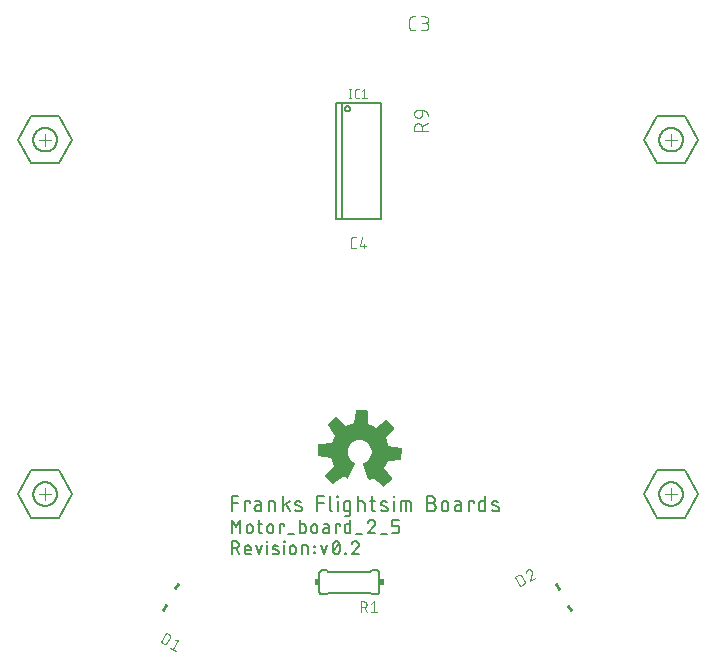
<source format=gbr>
G04 EAGLE Gerber X2 export*
%TF.Part,Single*%
%TF.FileFunction,Legend,Top,1*%
%TF.FilePolarity,Positive*%
%TF.GenerationSoftware,Autodesk,EAGLE,9.0.0*%
%TF.CreationDate,2018-09-03T19:42:11Z*%
G75*
%MOMM*%
%FSLAX34Y34*%
%LPD*%
%AMOC8*
5,1,8,0,0,1.08239X$1,22.5*%
G01*
%ADD10C,0.152400*%
%ADD11C,0.000000*%
%ADD12C,0.127000*%
%ADD13C,0.076200*%
%ADD14C,0.101600*%
%ADD15C,0.254000*%
%ADD16R,0.381000X0.508000*%

G36*
X321617Y156227D02*
X321617Y156227D01*
X321725Y156232D01*
X321737Y156237D01*
X321751Y156238D01*
X321851Y156282D01*
X321952Y156321D01*
X321966Y156332D01*
X321975Y156336D01*
X321991Y156350D01*
X322070Y156409D01*
X328390Y162139D01*
X328457Y162224D01*
X328528Y162307D01*
X328533Y162320D01*
X328541Y162331D01*
X328578Y162433D01*
X328618Y162533D01*
X328619Y162547D01*
X328624Y162560D01*
X328625Y162669D01*
X328631Y162777D01*
X328627Y162790D01*
X328628Y162804D01*
X328594Y162908D01*
X328565Y163012D01*
X328556Y163027D01*
X328553Y163037D01*
X328540Y163054D01*
X328490Y163139D01*
X322055Y171869D01*
X323184Y173702D01*
X323193Y173724D01*
X323223Y173775D01*
X324359Y176178D01*
X324366Y176201D01*
X324390Y176255D01*
X325090Y178290D01*
X335920Y178859D01*
X336026Y178882D01*
X336133Y178902D01*
X336145Y178908D01*
X336159Y178911D01*
X336252Y178967D01*
X336347Y179020D01*
X336356Y179030D01*
X336368Y179037D01*
X336438Y179120D01*
X336511Y179201D01*
X336516Y179213D01*
X336525Y179224D01*
X336565Y179325D01*
X336608Y179424D01*
X336610Y179442D01*
X336614Y179451D01*
X336615Y179473D01*
X336630Y179571D01*
X337046Y188090D01*
X337034Y188198D01*
X337025Y188306D01*
X337020Y188319D01*
X337018Y188333D01*
X336972Y188431D01*
X336929Y188531D01*
X336920Y188541D01*
X336914Y188553D01*
X336838Y188631D01*
X336766Y188712D01*
X336754Y188719D01*
X336744Y188729D01*
X336648Y188778D01*
X336553Y188831D01*
X336536Y188836D01*
X336527Y188840D01*
X336506Y188843D01*
X336410Y188868D01*
X325687Y190490D01*
X325189Y192585D01*
X325180Y192607D01*
X325165Y192664D01*
X324269Y195167D01*
X324258Y195188D01*
X324237Y195243D01*
X323293Y197177D01*
X330549Y205238D01*
X330607Y205329D01*
X330669Y205418D01*
X330673Y205432D01*
X330680Y205443D01*
X330706Y205549D01*
X330736Y205653D01*
X330735Y205667D01*
X330739Y205680D01*
X330729Y205789D01*
X330724Y205897D01*
X330719Y205909D01*
X330718Y205923D01*
X330674Y206023D01*
X330635Y206124D01*
X330624Y206138D01*
X330620Y206147D01*
X330606Y206163D01*
X330547Y206242D01*
X324817Y212562D01*
X324732Y212629D01*
X324649Y212700D01*
X324636Y212705D01*
X324625Y212713D01*
X324523Y212750D01*
X324423Y212790D01*
X324409Y212791D01*
X324396Y212796D01*
X324287Y212797D01*
X324179Y212803D01*
X324166Y212799D01*
X324152Y212800D01*
X324048Y212766D01*
X323944Y212737D01*
X323929Y212728D01*
X323919Y212725D01*
X323902Y212712D01*
X323817Y212662D01*
X315087Y206227D01*
X313254Y207356D01*
X313232Y207365D01*
X313181Y207395D01*
X310778Y208531D01*
X310755Y208538D01*
X310701Y208562D01*
X308666Y209262D01*
X308097Y220092D01*
X308074Y220198D01*
X308054Y220305D01*
X308048Y220317D01*
X308045Y220331D01*
X307989Y220424D01*
X307936Y220519D01*
X307926Y220528D01*
X307919Y220540D01*
X307836Y220610D01*
X307755Y220683D01*
X307743Y220688D01*
X307732Y220697D01*
X307631Y220737D01*
X307532Y220780D01*
X307514Y220782D01*
X307505Y220786D01*
X307483Y220787D01*
X307385Y220802D01*
X298866Y221218D01*
X298758Y221206D01*
X298650Y221197D01*
X298637Y221192D01*
X298623Y221190D01*
X298525Y221144D01*
X298425Y221101D01*
X298415Y221092D01*
X298403Y221086D01*
X298325Y221010D01*
X298244Y220938D01*
X298237Y220926D01*
X298227Y220916D01*
X298178Y220820D01*
X298125Y220725D01*
X298120Y220708D01*
X298116Y220699D01*
X298113Y220678D01*
X298088Y220582D01*
X296466Y209859D01*
X294371Y209361D01*
X294349Y209352D01*
X294292Y209337D01*
X291789Y208441D01*
X291768Y208430D01*
X291713Y208409D01*
X289779Y207465D01*
X281718Y214721D01*
X281627Y214779D01*
X281538Y214841D01*
X281524Y214845D01*
X281513Y214852D01*
X281407Y214878D01*
X281303Y214908D01*
X281289Y214907D01*
X281276Y214911D01*
X281167Y214901D01*
X281059Y214896D01*
X281047Y214891D01*
X281033Y214890D01*
X280933Y214846D01*
X280832Y214807D01*
X280818Y214796D01*
X280809Y214792D01*
X280793Y214778D01*
X280714Y214719D01*
X274394Y208989D01*
X274327Y208904D01*
X274256Y208821D01*
X274251Y208808D01*
X274243Y208797D01*
X274206Y208695D01*
X274166Y208595D01*
X274165Y208581D01*
X274160Y208568D01*
X274159Y208459D01*
X274153Y208351D01*
X274157Y208338D01*
X274156Y208324D01*
X274190Y208220D01*
X274219Y208116D01*
X274228Y208101D01*
X274231Y208091D01*
X274244Y208074D01*
X274294Y207989D01*
X280729Y199259D01*
X279600Y197426D01*
X279591Y197404D01*
X279561Y197353D01*
X278425Y194950D01*
X278418Y194927D01*
X278394Y194873D01*
X277694Y192838D01*
X266864Y192269D01*
X266758Y192246D01*
X266651Y192226D01*
X266639Y192220D01*
X266625Y192217D01*
X266532Y192161D01*
X266437Y192108D01*
X266428Y192098D01*
X266416Y192091D01*
X266346Y192008D01*
X266273Y191927D01*
X266268Y191915D01*
X266259Y191904D01*
X266219Y191803D01*
X266176Y191704D01*
X266174Y191686D01*
X266170Y191677D01*
X266169Y191655D01*
X266154Y191557D01*
X265738Y183038D01*
X265750Y182930D01*
X265759Y182822D01*
X265764Y182809D01*
X265766Y182795D01*
X265812Y182697D01*
X265855Y182597D01*
X265864Y182587D01*
X265870Y182575D01*
X265946Y182497D01*
X266018Y182416D01*
X266030Y182409D01*
X266040Y182399D01*
X266136Y182350D01*
X266231Y182297D01*
X266248Y182292D01*
X266257Y182288D01*
X266278Y182285D01*
X266374Y182260D01*
X277097Y180638D01*
X277595Y178543D01*
X277604Y178521D01*
X277619Y178464D01*
X278515Y175961D01*
X278526Y175940D01*
X278547Y175885D01*
X279491Y173951D01*
X272235Y165890D01*
X272177Y165799D01*
X272115Y165710D01*
X272111Y165696D01*
X272104Y165685D01*
X272078Y165579D01*
X272048Y165475D01*
X272049Y165461D01*
X272045Y165448D01*
X272055Y165339D01*
X272060Y165231D01*
X272065Y165219D01*
X272066Y165205D01*
X272110Y165105D01*
X272149Y165004D01*
X272160Y164990D01*
X272164Y164981D01*
X272178Y164965D01*
X272237Y164886D01*
X277967Y158566D01*
X278052Y158499D01*
X278135Y158428D01*
X278148Y158423D01*
X278159Y158415D01*
X278261Y158378D01*
X278361Y158338D01*
X278375Y158337D01*
X278388Y158332D01*
X278497Y158331D01*
X278605Y158325D01*
X278618Y158329D01*
X278632Y158328D01*
X278736Y158362D01*
X278840Y158391D01*
X278855Y158400D01*
X278865Y158403D01*
X278882Y158416D01*
X278967Y158466D01*
X287691Y164897D01*
X288941Y164103D01*
X288959Y164095D01*
X288994Y164072D01*
X290760Y163146D01*
X290798Y163133D01*
X290832Y163113D01*
X290913Y163095D01*
X290992Y163069D01*
X291032Y163070D01*
X291071Y163061D01*
X291153Y163070D01*
X291236Y163071D01*
X291273Y163084D01*
X291313Y163089D01*
X291388Y163124D01*
X291466Y163151D01*
X291498Y163176D01*
X291534Y163193D01*
X291593Y163250D01*
X291659Y163301D01*
X291681Y163335D01*
X291709Y163363D01*
X291785Y163489D01*
X297395Y175355D01*
X297426Y175466D01*
X297460Y175576D01*
X297460Y175583D01*
X297462Y175590D01*
X297456Y175705D01*
X297453Y175820D01*
X297450Y175826D01*
X297450Y175834D01*
X297407Y175941D01*
X297367Y176048D01*
X297363Y176054D01*
X297360Y176061D01*
X297285Y176149D01*
X297213Y176237D01*
X297206Y176243D01*
X297202Y176247D01*
X297189Y176255D01*
X297093Y176324D01*
X295558Y177215D01*
X294241Y178310D01*
X293127Y179610D01*
X292247Y181078D01*
X291625Y182673D01*
X291278Y184350D01*
X291218Y186058D01*
X291490Y187952D01*
X292111Y189759D01*
X293057Y191418D01*
X294297Y192871D01*
X295786Y194068D01*
X297472Y194965D01*
X299296Y195531D01*
X301194Y195747D01*
X303099Y195605D01*
X304943Y195110D01*
X306663Y194279D01*
X308198Y193142D01*
X309493Y191738D01*
X310503Y190116D01*
X311193Y188335D01*
X311538Y186457D01*
X311526Y184546D01*
X311158Y182672D01*
X310446Y180900D01*
X309416Y179291D01*
X308104Y177903D01*
X306556Y176785D01*
X304762Y175945D01*
X304670Y175882D01*
X304577Y175822D01*
X304570Y175813D01*
X304561Y175807D01*
X304494Y175718D01*
X304425Y175631D01*
X304421Y175621D01*
X304414Y175612D01*
X304380Y175506D01*
X304342Y175401D01*
X304342Y175390D01*
X304339Y175380D01*
X304340Y175268D01*
X304338Y175157D01*
X304342Y175144D01*
X304342Y175136D01*
X304348Y175117D01*
X304374Y175014D01*
X308799Y162657D01*
X308818Y162622D01*
X308829Y162584D01*
X308877Y162516D01*
X308917Y162444D01*
X308947Y162417D01*
X308970Y162384D01*
X309037Y162336D01*
X309098Y162280D01*
X309135Y162264D01*
X309167Y162240D01*
X309246Y162216D01*
X309322Y162183D01*
X309362Y162180D01*
X309400Y162168D01*
X309483Y162170D01*
X309565Y162163D01*
X309604Y162173D01*
X309644Y162174D01*
X309786Y162215D01*
X311633Y162965D01*
X311650Y162975D01*
X311690Y162990D01*
X313011Y163658D01*
X321066Y156407D01*
X321157Y156349D01*
X321246Y156287D01*
X321260Y156283D01*
X321271Y156276D01*
X321377Y156250D01*
X321481Y156220D01*
X321495Y156221D01*
X321508Y156217D01*
X321617Y156227D01*
G37*
D10*
X192906Y135466D02*
X192906Y148166D01*
X198550Y148166D01*
X198550Y142522D02*
X192906Y142522D01*
X203910Y143933D02*
X203910Y135466D01*
X203910Y143933D02*
X208144Y143933D01*
X208144Y142522D01*
X214750Y140405D02*
X217925Y140405D01*
X214750Y140404D02*
X214652Y140402D01*
X214554Y140396D01*
X214456Y140386D01*
X214359Y140373D01*
X214262Y140355D01*
X214166Y140334D01*
X214072Y140309D01*
X213978Y140280D01*
X213885Y140248D01*
X213794Y140211D01*
X213704Y140172D01*
X213616Y140128D01*
X213530Y140081D01*
X213445Y140031D01*
X213363Y139978D01*
X213283Y139921D01*
X213205Y139861D01*
X213130Y139798D01*
X213057Y139732D01*
X212987Y139663D01*
X212920Y139592D01*
X212855Y139518D01*
X212794Y139441D01*
X212735Y139362D01*
X212680Y139281D01*
X212628Y139198D01*
X212580Y139112D01*
X212535Y139025D01*
X212493Y138936D01*
X212455Y138846D01*
X212421Y138754D01*
X212390Y138661D01*
X212363Y138566D01*
X212340Y138471D01*
X212320Y138374D01*
X212305Y138278D01*
X212293Y138180D01*
X212285Y138082D01*
X212281Y137984D01*
X212281Y137886D01*
X212285Y137788D01*
X212293Y137690D01*
X212305Y137592D01*
X212320Y137496D01*
X212340Y137399D01*
X212363Y137304D01*
X212390Y137209D01*
X212421Y137116D01*
X212455Y137024D01*
X212493Y136934D01*
X212535Y136845D01*
X212580Y136758D01*
X212628Y136672D01*
X212680Y136589D01*
X212735Y136508D01*
X212794Y136429D01*
X212855Y136352D01*
X212920Y136278D01*
X212987Y136207D01*
X213057Y136138D01*
X213130Y136072D01*
X213205Y136009D01*
X213283Y135949D01*
X213363Y135892D01*
X213445Y135839D01*
X213530Y135789D01*
X213616Y135742D01*
X213704Y135698D01*
X213794Y135659D01*
X213885Y135622D01*
X213978Y135590D01*
X214072Y135561D01*
X214166Y135536D01*
X214262Y135515D01*
X214359Y135497D01*
X214456Y135484D01*
X214554Y135474D01*
X214652Y135468D01*
X214750Y135466D01*
X217925Y135466D01*
X217925Y141816D01*
X217923Y141906D01*
X217917Y141996D01*
X217908Y142085D01*
X217895Y142174D01*
X217877Y142262D01*
X217857Y142349D01*
X217832Y142436D01*
X217804Y142521D01*
X217772Y142605D01*
X217737Y142688D01*
X217698Y142769D01*
X217656Y142848D01*
X217611Y142926D01*
X217562Y143001D01*
X217510Y143075D01*
X217455Y143146D01*
X217397Y143215D01*
X217336Y143281D01*
X217273Y143344D01*
X217207Y143405D01*
X217138Y143463D01*
X217067Y143518D01*
X216993Y143570D01*
X216918Y143619D01*
X216840Y143664D01*
X216761Y143706D01*
X216680Y143745D01*
X216597Y143780D01*
X216513Y143812D01*
X216428Y143840D01*
X216341Y143865D01*
X216254Y143885D01*
X216166Y143903D01*
X216077Y143916D01*
X215988Y143925D01*
X215898Y143931D01*
X215808Y143933D01*
X212986Y143933D01*
X224306Y143933D02*
X224306Y135466D01*
X224306Y143933D02*
X227833Y143933D01*
X227923Y143931D01*
X228013Y143925D01*
X228102Y143916D01*
X228191Y143903D01*
X228279Y143885D01*
X228366Y143865D01*
X228453Y143840D01*
X228538Y143812D01*
X228622Y143780D01*
X228705Y143745D01*
X228786Y143706D01*
X228865Y143664D01*
X228943Y143619D01*
X229018Y143570D01*
X229092Y143518D01*
X229163Y143463D01*
X229232Y143405D01*
X229298Y143344D01*
X229361Y143281D01*
X229422Y143215D01*
X229480Y143146D01*
X229535Y143075D01*
X229587Y143001D01*
X229636Y142926D01*
X229681Y142848D01*
X229723Y142769D01*
X229762Y142688D01*
X229797Y142605D01*
X229829Y142521D01*
X229857Y142436D01*
X229882Y142349D01*
X229902Y142262D01*
X229920Y142174D01*
X229933Y142085D01*
X229942Y141996D01*
X229948Y141906D01*
X229950Y141816D01*
X229950Y135466D01*
X236431Y135466D02*
X236431Y148166D01*
X242076Y143933D02*
X236431Y139699D01*
X238901Y141463D02*
X242076Y135466D01*
X247980Y140405D02*
X251508Y138994D01*
X247981Y140405D02*
X247903Y140438D01*
X247827Y140475D01*
X247752Y140515D01*
X247680Y140559D01*
X247610Y140606D01*
X247541Y140656D01*
X247476Y140709D01*
X247413Y140765D01*
X247352Y140825D01*
X247294Y140886D01*
X247240Y140951D01*
X247188Y141018D01*
X247139Y141087D01*
X247094Y141158D01*
X247052Y141232D01*
X247013Y141307D01*
X246978Y141384D01*
X246947Y141463D01*
X246919Y141543D01*
X246895Y141624D01*
X246875Y141706D01*
X246858Y141789D01*
X246846Y141872D01*
X246837Y141957D01*
X246832Y142041D01*
X246831Y142126D01*
X246834Y142210D01*
X246841Y142294D01*
X246852Y142378D01*
X246867Y142462D01*
X246885Y142544D01*
X246907Y142626D01*
X246933Y142706D01*
X246963Y142786D01*
X246996Y142863D01*
X247033Y142939D01*
X247074Y143014D01*
X247118Y143086D01*
X247165Y143156D01*
X247215Y143224D01*
X247268Y143290D01*
X247325Y143353D01*
X247384Y143413D01*
X247446Y143471D01*
X247511Y143526D01*
X247578Y143577D01*
X247647Y143626D01*
X247718Y143671D01*
X247792Y143713D01*
X247867Y143751D01*
X247944Y143786D01*
X248023Y143817D01*
X248103Y143845D01*
X248184Y143869D01*
X248266Y143889D01*
X248349Y143905D01*
X248433Y143918D01*
X248517Y143926D01*
X248602Y143931D01*
X248686Y143932D01*
X248685Y143932D02*
X248878Y143927D01*
X249070Y143917D01*
X249263Y143903D01*
X249454Y143884D01*
X249645Y143861D01*
X249836Y143833D01*
X250026Y143800D01*
X250215Y143763D01*
X250403Y143721D01*
X250590Y143674D01*
X250776Y143624D01*
X250960Y143568D01*
X251144Y143509D01*
X251325Y143445D01*
X251505Y143376D01*
X251684Y143304D01*
X251860Y143227D01*
X251507Y138993D02*
X251585Y138960D01*
X251661Y138923D01*
X251736Y138883D01*
X251808Y138839D01*
X251878Y138792D01*
X251947Y138742D01*
X252012Y138689D01*
X252075Y138633D01*
X252136Y138573D01*
X252194Y138512D01*
X252248Y138447D01*
X252300Y138380D01*
X252349Y138311D01*
X252394Y138240D01*
X252436Y138166D01*
X252475Y138091D01*
X252510Y138014D01*
X252541Y137935D01*
X252569Y137855D01*
X252593Y137774D01*
X252613Y137692D01*
X252630Y137609D01*
X252642Y137526D01*
X252651Y137441D01*
X252656Y137357D01*
X252657Y137272D01*
X252654Y137188D01*
X252647Y137104D01*
X252636Y137020D01*
X252621Y136936D01*
X252603Y136854D01*
X252581Y136772D01*
X252555Y136692D01*
X252525Y136612D01*
X252492Y136535D01*
X252455Y136459D01*
X252414Y136384D01*
X252370Y136312D01*
X252323Y136242D01*
X252273Y136174D01*
X252220Y136108D01*
X252163Y136045D01*
X252104Y135985D01*
X252042Y135927D01*
X251977Y135872D01*
X251910Y135821D01*
X251841Y135772D01*
X251770Y135727D01*
X251696Y135685D01*
X251621Y135647D01*
X251544Y135612D01*
X251465Y135581D01*
X251385Y135553D01*
X251304Y135529D01*
X251222Y135509D01*
X251139Y135493D01*
X251055Y135480D01*
X250971Y135472D01*
X250886Y135467D01*
X250802Y135466D01*
X250519Y135474D01*
X250237Y135488D01*
X249954Y135508D01*
X249673Y135536D01*
X249392Y135570D01*
X249112Y135611D01*
X248833Y135658D01*
X248555Y135712D01*
X248278Y135772D01*
X248003Y135839D01*
X247730Y135913D01*
X247458Y135993D01*
X247189Y136079D01*
X246921Y136172D01*
X265448Y135466D02*
X265448Y148166D01*
X271093Y148166D01*
X271093Y142522D02*
X265448Y142522D01*
X276062Y137583D02*
X276062Y148166D01*
X276062Y137583D02*
X276064Y137493D01*
X276070Y137403D01*
X276079Y137314D01*
X276092Y137225D01*
X276110Y137137D01*
X276130Y137050D01*
X276155Y136963D01*
X276183Y136878D01*
X276215Y136794D01*
X276250Y136711D01*
X276289Y136630D01*
X276331Y136551D01*
X276376Y136473D01*
X276425Y136398D01*
X276477Y136324D01*
X276532Y136253D01*
X276590Y136184D01*
X276651Y136118D01*
X276714Y136055D01*
X276780Y135994D01*
X276849Y135936D01*
X276920Y135881D01*
X276994Y135829D01*
X277069Y135780D01*
X277147Y135735D01*
X277226Y135693D01*
X277307Y135654D01*
X277390Y135619D01*
X277474Y135587D01*
X277559Y135559D01*
X277646Y135534D01*
X277733Y135514D01*
X277821Y135496D01*
X277910Y135483D01*
X277999Y135474D01*
X278089Y135468D01*
X278179Y135466D01*
X282601Y135466D02*
X282601Y143933D01*
X282249Y147460D02*
X282249Y148166D01*
X282954Y148166D01*
X282954Y147460D01*
X282249Y147460D01*
X289926Y135466D02*
X293454Y135466D01*
X289926Y135466D02*
X289836Y135468D01*
X289746Y135474D01*
X289657Y135483D01*
X289568Y135496D01*
X289480Y135514D01*
X289393Y135534D01*
X289306Y135559D01*
X289221Y135587D01*
X289137Y135619D01*
X289054Y135654D01*
X288973Y135693D01*
X288894Y135735D01*
X288816Y135780D01*
X288741Y135829D01*
X288667Y135881D01*
X288596Y135936D01*
X288527Y135994D01*
X288461Y136055D01*
X288398Y136118D01*
X288337Y136184D01*
X288279Y136253D01*
X288224Y136324D01*
X288172Y136398D01*
X288123Y136473D01*
X288078Y136551D01*
X288036Y136630D01*
X287997Y136711D01*
X287962Y136794D01*
X287930Y136878D01*
X287902Y136963D01*
X287877Y137050D01*
X287857Y137137D01*
X287839Y137225D01*
X287826Y137314D01*
X287817Y137403D01*
X287811Y137493D01*
X287809Y137583D01*
X287810Y137583D02*
X287810Y141816D01*
X287809Y141816D02*
X287811Y141906D01*
X287817Y141996D01*
X287826Y142085D01*
X287839Y142174D01*
X287857Y142262D01*
X287877Y142349D01*
X287902Y142436D01*
X287930Y142521D01*
X287962Y142605D01*
X287997Y142688D01*
X288036Y142769D01*
X288078Y142848D01*
X288123Y142926D01*
X288172Y143001D01*
X288224Y143075D01*
X288279Y143146D01*
X288337Y143215D01*
X288398Y143281D01*
X288461Y143344D01*
X288527Y143405D01*
X288596Y143463D01*
X288667Y143518D01*
X288741Y143570D01*
X288816Y143619D01*
X288894Y143664D01*
X288973Y143706D01*
X289054Y143745D01*
X289137Y143780D01*
X289221Y143812D01*
X289306Y143840D01*
X289393Y143865D01*
X289480Y143885D01*
X289568Y143903D01*
X289657Y143916D01*
X289746Y143925D01*
X289836Y143931D01*
X289926Y143933D01*
X293454Y143933D01*
X293454Y133349D01*
X293452Y133259D01*
X293446Y133169D01*
X293437Y133080D01*
X293424Y132991D01*
X293406Y132903D01*
X293386Y132816D01*
X293361Y132729D01*
X293333Y132644D01*
X293301Y132560D01*
X293266Y132477D01*
X293227Y132396D01*
X293185Y132317D01*
X293140Y132239D01*
X293091Y132164D01*
X293039Y132090D01*
X292984Y132019D01*
X292926Y131950D01*
X292865Y131884D01*
X292802Y131821D01*
X292736Y131760D01*
X292667Y131702D01*
X292596Y131647D01*
X292522Y131595D01*
X292447Y131546D01*
X292369Y131501D01*
X292290Y131459D01*
X292209Y131420D01*
X292126Y131385D01*
X292042Y131353D01*
X291957Y131325D01*
X291870Y131300D01*
X291783Y131280D01*
X291695Y131262D01*
X291606Y131249D01*
X291517Y131240D01*
X291427Y131234D01*
X291337Y131232D01*
X291337Y131233D02*
X288515Y131233D01*
X299835Y135466D02*
X299835Y148166D01*
X299835Y143933D02*
X303363Y143933D01*
X303453Y143931D01*
X303543Y143925D01*
X303632Y143916D01*
X303721Y143903D01*
X303809Y143885D01*
X303896Y143865D01*
X303983Y143840D01*
X304068Y143812D01*
X304152Y143780D01*
X304235Y143745D01*
X304316Y143706D01*
X304395Y143664D01*
X304473Y143619D01*
X304548Y143570D01*
X304622Y143518D01*
X304693Y143463D01*
X304762Y143405D01*
X304828Y143344D01*
X304891Y143281D01*
X304952Y143215D01*
X305010Y143146D01*
X305065Y143075D01*
X305117Y143001D01*
X305166Y142926D01*
X305211Y142848D01*
X305253Y142769D01*
X305292Y142688D01*
X305327Y142605D01*
X305359Y142521D01*
X305387Y142436D01*
X305412Y142349D01*
X305432Y142262D01*
X305450Y142174D01*
X305463Y142085D01*
X305472Y141996D01*
X305478Y141906D01*
X305480Y141816D01*
X305479Y141816D02*
X305479Y135466D01*
X310234Y143933D02*
X314467Y143933D01*
X311645Y148166D02*
X311645Y137583D01*
X311647Y137493D01*
X311653Y137403D01*
X311662Y137314D01*
X311675Y137225D01*
X311693Y137137D01*
X311713Y137050D01*
X311738Y136963D01*
X311766Y136878D01*
X311798Y136794D01*
X311833Y136711D01*
X311872Y136630D01*
X311914Y136551D01*
X311959Y136473D01*
X312008Y136398D01*
X312060Y136324D01*
X312115Y136253D01*
X312173Y136184D01*
X312234Y136118D01*
X312297Y136055D01*
X312363Y135994D01*
X312432Y135936D01*
X312503Y135881D01*
X312577Y135829D01*
X312652Y135780D01*
X312730Y135735D01*
X312809Y135693D01*
X312890Y135654D01*
X312973Y135619D01*
X313057Y135587D01*
X313142Y135559D01*
X313229Y135534D01*
X313316Y135514D01*
X313404Y135496D01*
X313493Y135483D01*
X313582Y135474D01*
X313672Y135468D01*
X313762Y135466D01*
X314467Y135466D01*
X320522Y140405D02*
X324050Y138994D01*
X320523Y140405D02*
X320445Y140438D01*
X320369Y140475D01*
X320294Y140515D01*
X320222Y140559D01*
X320152Y140606D01*
X320083Y140656D01*
X320018Y140709D01*
X319955Y140765D01*
X319894Y140825D01*
X319836Y140886D01*
X319782Y140951D01*
X319730Y141018D01*
X319681Y141087D01*
X319636Y141158D01*
X319594Y141232D01*
X319555Y141307D01*
X319520Y141384D01*
X319489Y141463D01*
X319461Y141543D01*
X319437Y141624D01*
X319417Y141706D01*
X319400Y141789D01*
X319388Y141872D01*
X319379Y141957D01*
X319374Y142041D01*
X319373Y142126D01*
X319376Y142210D01*
X319383Y142294D01*
X319394Y142378D01*
X319409Y142462D01*
X319427Y142544D01*
X319449Y142626D01*
X319475Y142706D01*
X319505Y142786D01*
X319538Y142863D01*
X319575Y142939D01*
X319616Y143014D01*
X319660Y143086D01*
X319707Y143156D01*
X319757Y143224D01*
X319810Y143290D01*
X319867Y143353D01*
X319926Y143413D01*
X319988Y143471D01*
X320053Y143526D01*
X320120Y143577D01*
X320189Y143626D01*
X320260Y143671D01*
X320334Y143713D01*
X320409Y143751D01*
X320486Y143786D01*
X320565Y143817D01*
X320645Y143845D01*
X320726Y143869D01*
X320808Y143889D01*
X320891Y143905D01*
X320975Y143918D01*
X321059Y143926D01*
X321144Y143931D01*
X321228Y143932D01*
X321227Y143932D02*
X321420Y143927D01*
X321612Y143917D01*
X321805Y143903D01*
X321996Y143884D01*
X322187Y143861D01*
X322378Y143833D01*
X322568Y143800D01*
X322757Y143763D01*
X322945Y143721D01*
X323132Y143674D01*
X323318Y143624D01*
X323502Y143568D01*
X323686Y143509D01*
X323867Y143445D01*
X324047Y143376D01*
X324226Y143304D01*
X324402Y143227D01*
X324050Y138993D02*
X324128Y138960D01*
X324204Y138923D01*
X324279Y138883D01*
X324351Y138839D01*
X324421Y138792D01*
X324490Y138742D01*
X324555Y138689D01*
X324618Y138633D01*
X324679Y138573D01*
X324737Y138512D01*
X324791Y138447D01*
X324843Y138380D01*
X324892Y138311D01*
X324937Y138240D01*
X324979Y138166D01*
X325018Y138091D01*
X325053Y138014D01*
X325084Y137935D01*
X325112Y137855D01*
X325136Y137774D01*
X325156Y137692D01*
X325173Y137609D01*
X325185Y137526D01*
X325194Y137441D01*
X325199Y137357D01*
X325200Y137272D01*
X325197Y137188D01*
X325190Y137104D01*
X325179Y137020D01*
X325164Y136936D01*
X325146Y136854D01*
X325124Y136772D01*
X325098Y136692D01*
X325068Y136612D01*
X325035Y136535D01*
X324998Y136459D01*
X324957Y136384D01*
X324913Y136312D01*
X324866Y136242D01*
X324816Y136174D01*
X324763Y136108D01*
X324706Y136045D01*
X324647Y135985D01*
X324585Y135927D01*
X324520Y135872D01*
X324453Y135821D01*
X324384Y135772D01*
X324313Y135727D01*
X324239Y135685D01*
X324164Y135647D01*
X324087Y135612D01*
X324008Y135581D01*
X323928Y135553D01*
X323847Y135529D01*
X323765Y135509D01*
X323682Y135493D01*
X323598Y135480D01*
X323514Y135472D01*
X323429Y135467D01*
X323345Y135466D01*
X323344Y135466D02*
X323061Y135474D01*
X322779Y135488D01*
X322496Y135508D01*
X322215Y135536D01*
X321934Y135570D01*
X321654Y135611D01*
X321375Y135658D01*
X321097Y135712D01*
X320820Y135772D01*
X320545Y135839D01*
X320272Y135913D01*
X320000Y135993D01*
X319731Y136079D01*
X319463Y136172D01*
X330394Y135466D02*
X330394Y143933D01*
X330041Y147460D02*
X330041Y148166D01*
X330747Y148166D01*
X330747Y147460D01*
X330041Y147460D01*
X336402Y143933D02*
X336402Y135466D01*
X336402Y143933D02*
X342752Y143933D01*
X342842Y143931D01*
X342932Y143925D01*
X343021Y143916D01*
X343110Y143903D01*
X343198Y143885D01*
X343285Y143865D01*
X343372Y143840D01*
X343457Y143812D01*
X343541Y143780D01*
X343624Y143745D01*
X343705Y143706D01*
X343784Y143664D01*
X343862Y143619D01*
X343937Y143570D01*
X344011Y143518D01*
X344082Y143463D01*
X344151Y143405D01*
X344217Y143344D01*
X344280Y143281D01*
X344341Y143215D01*
X344399Y143146D01*
X344454Y143075D01*
X344506Y143001D01*
X344555Y142926D01*
X344600Y142848D01*
X344642Y142769D01*
X344681Y142688D01*
X344716Y142605D01*
X344748Y142521D01*
X344776Y142436D01*
X344801Y142349D01*
X344821Y142262D01*
X344839Y142174D01*
X344852Y142085D01*
X344861Y141996D01*
X344867Y141906D01*
X344869Y141816D01*
X344868Y141816D02*
X344868Y135466D01*
X340635Y135466D02*
X340635Y143933D01*
X358665Y142522D02*
X362193Y142522D01*
X362311Y142520D01*
X362429Y142514D01*
X362546Y142504D01*
X362663Y142491D01*
X362780Y142473D01*
X362896Y142451D01*
X363011Y142426D01*
X363125Y142397D01*
X363238Y142364D01*
X363350Y142327D01*
X363461Y142286D01*
X363570Y142242D01*
X363678Y142194D01*
X363784Y142143D01*
X363888Y142088D01*
X363991Y142029D01*
X364091Y141968D01*
X364190Y141903D01*
X364286Y141834D01*
X364379Y141763D01*
X364471Y141688D01*
X364560Y141611D01*
X364646Y141530D01*
X364729Y141447D01*
X364810Y141361D01*
X364887Y141272D01*
X364962Y141180D01*
X365033Y141087D01*
X365102Y140991D01*
X365167Y140892D01*
X365228Y140792D01*
X365287Y140689D01*
X365342Y140585D01*
X365393Y140479D01*
X365441Y140371D01*
X365485Y140262D01*
X365526Y140151D01*
X365563Y140039D01*
X365596Y139926D01*
X365625Y139812D01*
X365650Y139697D01*
X365672Y139581D01*
X365690Y139464D01*
X365703Y139347D01*
X365713Y139230D01*
X365719Y139112D01*
X365721Y138994D01*
X365719Y138876D01*
X365713Y138758D01*
X365703Y138641D01*
X365690Y138524D01*
X365672Y138407D01*
X365650Y138291D01*
X365625Y138176D01*
X365596Y138062D01*
X365563Y137949D01*
X365526Y137837D01*
X365485Y137726D01*
X365441Y137617D01*
X365393Y137509D01*
X365342Y137403D01*
X365287Y137299D01*
X365228Y137196D01*
X365167Y137096D01*
X365102Y136997D01*
X365033Y136901D01*
X364962Y136808D01*
X364887Y136716D01*
X364810Y136627D01*
X364729Y136541D01*
X364646Y136458D01*
X364560Y136377D01*
X364471Y136300D01*
X364379Y136225D01*
X364286Y136154D01*
X364190Y136085D01*
X364091Y136020D01*
X363991Y135959D01*
X363888Y135900D01*
X363784Y135845D01*
X363678Y135794D01*
X363570Y135746D01*
X363461Y135702D01*
X363350Y135661D01*
X363238Y135624D01*
X363125Y135591D01*
X363011Y135562D01*
X362896Y135537D01*
X362780Y135515D01*
X362663Y135497D01*
X362546Y135484D01*
X362429Y135474D01*
X362311Y135468D01*
X362193Y135466D01*
X358665Y135466D01*
X358665Y148166D01*
X362193Y148166D01*
X362299Y148164D01*
X362404Y148158D01*
X362509Y148148D01*
X362614Y148134D01*
X362718Y148117D01*
X362821Y148095D01*
X362923Y148070D01*
X363025Y148041D01*
X363125Y148008D01*
X363224Y147971D01*
X363321Y147931D01*
X363417Y147887D01*
X363512Y147839D01*
X363604Y147788D01*
X363694Y147733D01*
X363783Y147676D01*
X363869Y147615D01*
X363952Y147550D01*
X364034Y147483D01*
X364112Y147413D01*
X364188Y147339D01*
X364262Y147263D01*
X364332Y147185D01*
X364399Y147103D01*
X364464Y147020D01*
X364525Y146934D01*
X364582Y146845D01*
X364637Y146755D01*
X364688Y146663D01*
X364736Y146568D01*
X364780Y146472D01*
X364820Y146375D01*
X364857Y146276D01*
X364890Y146176D01*
X364919Y146074D01*
X364944Y145972D01*
X364966Y145869D01*
X364983Y145765D01*
X364997Y145660D01*
X365007Y145555D01*
X365013Y145450D01*
X365015Y145344D01*
X365013Y145238D01*
X365007Y145133D01*
X364997Y145028D01*
X364983Y144923D01*
X364966Y144819D01*
X364944Y144716D01*
X364919Y144614D01*
X364890Y144512D01*
X364857Y144412D01*
X364820Y144313D01*
X364780Y144216D01*
X364736Y144120D01*
X364688Y144025D01*
X364637Y143933D01*
X364582Y143843D01*
X364525Y143754D01*
X364464Y143668D01*
X364399Y143585D01*
X364332Y143503D01*
X364262Y143425D01*
X364188Y143349D01*
X364112Y143275D01*
X364034Y143205D01*
X363952Y143138D01*
X363869Y143073D01*
X363783Y143012D01*
X363694Y142955D01*
X363604Y142900D01*
X363512Y142849D01*
X363417Y142801D01*
X363321Y142757D01*
X363224Y142717D01*
X363125Y142680D01*
X363025Y142647D01*
X362923Y142618D01*
X362821Y142593D01*
X362718Y142571D01*
X362614Y142554D01*
X362509Y142540D01*
X362404Y142530D01*
X362299Y142524D01*
X362193Y142522D01*
X370670Y141110D02*
X370670Y138288D01*
X370670Y141110D02*
X370672Y141216D01*
X370678Y141321D01*
X370688Y141426D01*
X370702Y141531D01*
X370719Y141635D01*
X370741Y141738D01*
X370766Y141840D01*
X370795Y141942D01*
X370828Y142042D01*
X370865Y142141D01*
X370905Y142238D01*
X370949Y142334D01*
X370997Y142429D01*
X371048Y142521D01*
X371103Y142611D01*
X371160Y142700D01*
X371221Y142786D01*
X371286Y142869D01*
X371353Y142951D01*
X371423Y143029D01*
X371497Y143105D01*
X371573Y143179D01*
X371651Y143249D01*
X371733Y143316D01*
X371816Y143381D01*
X371902Y143442D01*
X371991Y143499D01*
X372081Y143554D01*
X372173Y143605D01*
X372268Y143653D01*
X372364Y143697D01*
X372461Y143737D01*
X372560Y143774D01*
X372660Y143807D01*
X372762Y143836D01*
X372864Y143861D01*
X372967Y143883D01*
X373071Y143900D01*
X373176Y143914D01*
X373281Y143924D01*
X373386Y143930D01*
X373492Y143932D01*
X373598Y143930D01*
X373703Y143924D01*
X373808Y143914D01*
X373913Y143900D01*
X374017Y143883D01*
X374120Y143861D01*
X374222Y143836D01*
X374324Y143807D01*
X374424Y143774D01*
X374523Y143737D01*
X374620Y143697D01*
X374716Y143653D01*
X374811Y143605D01*
X374903Y143554D01*
X374993Y143499D01*
X375082Y143442D01*
X375168Y143381D01*
X375251Y143316D01*
X375333Y143249D01*
X375411Y143179D01*
X375487Y143105D01*
X375561Y143029D01*
X375631Y142951D01*
X375698Y142869D01*
X375763Y142786D01*
X375824Y142700D01*
X375881Y142611D01*
X375936Y142521D01*
X375987Y142429D01*
X376035Y142334D01*
X376079Y142238D01*
X376119Y142141D01*
X376156Y142042D01*
X376189Y141942D01*
X376218Y141840D01*
X376243Y141738D01*
X376265Y141635D01*
X376282Y141531D01*
X376296Y141426D01*
X376306Y141321D01*
X376312Y141216D01*
X376314Y141110D01*
X376315Y141110D02*
X376315Y138288D01*
X376314Y138288D02*
X376312Y138182D01*
X376306Y138077D01*
X376296Y137972D01*
X376282Y137867D01*
X376265Y137763D01*
X376243Y137660D01*
X376218Y137558D01*
X376189Y137456D01*
X376156Y137356D01*
X376119Y137257D01*
X376079Y137160D01*
X376035Y137064D01*
X375987Y136969D01*
X375936Y136877D01*
X375881Y136787D01*
X375824Y136698D01*
X375763Y136612D01*
X375698Y136529D01*
X375631Y136447D01*
X375561Y136369D01*
X375487Y136293D01*
X375411Y136219D01*
X375333Y136149D01*
X375251Y136082D01*
X375168Y136017D01*
X375082Y135956D01*
X374993Y135899D01*
X374903Y135844D01*
X374811Y135793D01*
X374716Y135745D01*
X374620Y135701D01*
X374523Y135661D01*
X374424Y135624D01*
X374324Y135591D01*
X374222Y135562D01*
X374120Y135537D01*
X374017Y135515D01*
X373913Y135498D01*
X373808Y135484D01*
X373703Y135474D01*
X373598Y135468D01*
X373492Y135466D01*
X373386Y135468D01*
X373281Y135474D01*
X373176Y135484D01*
X373071Y135498D01*
X372967Y135515D01*
X372864Y135537D01*
X372762Y135562D01*
X372660Y135591D01*
X372560Y135624D01*
X372461Y135661D01*
X372364Y135701D01*
X372268Y135745D01*
X372173Y135793D01*
X372081Y135844D01*
X371991Y135899D01*
X371902Y135956D01*
X371816Y136017D01*
X371733Y136082D01*
X371651Y136149D01*
X371573Y136219D01*
X371497Y136293D01*
X371423Y136369D01*
X371353Y136447D01*
X371286Y136529D01*
X371221Y136612D01*
X371160Y136698D01*
X371103Y136787D01*
X371048Y136877D01*
X370997Y136969D01*
X370949Y137064D01*
X370905Y137160D01*
X370865Y137257D01*
X370828Y137356D01*
X370795Y137456D01*
X370766Y137558D01*
X370741Y137660D01*
X370719Y137763D01*
X370702Y137867D01*
X370688Y137972D01*
X370678Y138077D01*
X370672Y138182D01*
X370670Y138288D01*
X384157Y140405D02*
X387332Y140405D01*
X384157Y140404D02*
X384059Y140402D01*
X383961Y140396D01*
X383863Y140386D01*
X383766Y140373D01*
X383669Y140355D01*
X383573Y140334D01*
X383479Y140309D01*
X383385Y140280D01*
X383292Y140248D01*
X383201Y140211D01*
X383111Y140172D01*
X383023Y140128D01*
X382937Y140081D01*
X382852Y140031D01*
X382770Y139978D01*
X382690Y139921D01*
X382612Y139861D01*
X382537Y139798D01*
X382464Y139732D01*
X382394Y139663D01*
X382327Y139592D01*
X382262Y139518D01*
X382201Y139441D01*
X382142Y139362D01*
X382087Y139281D01*
X382035Y139198D01*
X381987Y139112D01*
X381942Y139025D01*
X381900Y138936D01*
X381862Y138846D01*
X381828Y138754D01*
X381797Y138661D01*
X381770Y138566D01*
X381747Y138471D01*
X381727Y138374D01*
X381712Y138278D01*
X381700Y138180D01*
X381692Y138082D01*
X381688Y137984D01*
X381688Y137886D01*
X381692Y137788D01*
X381700Y137690D01*
X381712Y137592D01*
X381727Y137496D01*
X381747Y137399D01*
X381770Y137304D01*
X381797Y137209D01*
X381828Y137116D01*
X381862Y137024D01*
X381900Y136934D01*
X381942Y136845D01*
X381987Y136758D01*
X382035Y136672D01*
X382087Y136589D01*
X382142Y136508D01*
X382201Y136429D01*
X382262Y136352D01*
X382327Y136278D01*
X382394Y136207D01*
X382464Y136138D01*
X382537Y136072D01*
X382612Y136009D01*
X382690Y135949D01*
X382770Y135892D01*
X382852Y135839D01*
X382937Y135789D01*
X383023Y135742D01*
X383111Y135698D01*
X383201Y135659D01*
X383292Y135622D01*
X383385Y135590D01*
X383479Y135561D01*
X383573Y135536D01*
X383669Y135515D01*
X383766Y135497D01*
X383863Y135484D01*
X383961Y135474D01*
X384059Y135468D01*
X384157Y135466D01*
X387332Y135466D01*
X387332Y141816D01*
X387333Y141816D02*
X387331Y141906D01*
X387325Y141996D01*
X387316Y142085D01*
X387303Y142174D01*
X387285Y142262D01*
X387265Y142349D01*
X387240Y142436D01*
X387212Y142521D01*
X387180Y142605D01*
X387145Y142688D01*
X387106Y142769D01*
X387064Y142848D01*
X387019Y142926D01*
X386970Y143001D01*
X386918Y143075D01*
X386863Y143146D01*
X386805Y143215D01*
X386744Y143281D01*
X386681Y143344D01*
X386615Y143405D01*
X386546Y143463D01*
X386475Y143518D01*
X386401Y143570D01*
X386326Y143619D01*
X386248Y143664D01*
X386169Y143706D01*
X386088Y143745D01*
X386005Y143780D01*
X385921Y143812D01*
X385836Y143840D01*
X385749Y143865D01*
X385662Y143885D01*
X385574Y143903D01*
X385485Y143916D01*
X385396Y143925D01*
X385306Y143931D01*
X385216Y143933D01*
X382393Y143933D01*
X393800Y143933D02*
X393800Y135466D01*
X393800Y143933D02*
X398033Y143933D01*
X398033Y142522D01*
X407815Y148166D02*
X407815Y135466D01*
X404287Y135466D01*
X404197Y135468D01*
X404107Y135474D01*
X404018Y135483D01*
X403929Y135496D01*
X403841Y135514D01*
X403754Y135534D01*
X403667Y135559D01*
X403582Y135587D01*
X403498Y135619D01*
X403415Y135654D01*
X403334Y135693D01*
X403255Y135735D01*
X403177Y135780D01*
X403102Y135829D01*
X403028Y135881D01*
X402957Y135936D01*
X402888Y135994D01*
X402822Y136055D01*
X402759Y136118D01*
X402698Y136184D01*
X402640Y136253D01*
X402585Y136324D01*
X402533Y136398D01*
X402484Y136473D01*
X402439Y136551D01*
X402397Y136630D01*
X402358Y136711D01*
X402323Y136794D01*
X402291Y136878D01*
X402263Y136963D01*
X402238Y137050D01*
X402218Y137137D01*
X402200Y137225D01*
X402187Y137314D01*
X402178Y137403D01*
X402172Y137493D01*
X402170Y137583D01*
X402170Y141816D01*
X402172Y141906D01*
X402178Y141996D01*
X402187Y142085D01*
X402200Y142174D01*
X402218Y142262D01*
X402238Y142349D01*
X402263Y142436D01*
X402291Y142521D01*
X402323Y142605D01*
X402358Y142688D01*
X402397Y142769D01*
X402439Y142848D01*
X402484Y142926D01*
X402533Y143001D01*
X402585Y143075D01*
X402640Y143146D01*
X402698Y143215D01*
X402759Y143281D01*
X402822Y143344D01*
X402888Y143405D01*
X402957Y143463D01*
X403028Y143518D01*
X403102Y143570D01*
X403177Y143619D01*
X403255Y143664D01*
X403334Y143706D01*
X403415Y143745D01*
X403498Y143780D01*
X403582Y143812D01*
X403667Y143840D01*
X403754Y143865D01*
X403841Y143885D01*
X403929Y143903D01*
X404018Y143916D01*
X404107Y143925D01*
X404197Y143931D01*
X404287Y143933D01*
X407815Y143933D01*
X414827Y140405D02*
X418355Y138994D01*
X414828Y140405D02*
X414750Y140438D01*
X414674Y140475D01*
X414599Y140515D01*
X414527Y140559D01*
X414457Y140606D01*
X414388Y140656D01*
X414323Y140709D01*
X414260Y140765D01*
X414199Y140825D01*
X414141Y140886D01*
X414087Y140951D01*
X414035Y141018D01*
X413986Y141087D01*
X413941Y141158D01*
X413899Y141232D01*
X413860Y141307D01*
X413825Y141384D01*
X413794Y141463D01*
X413766Y141543D01*
X413742Y141624D01*
X413722Y141706D01*
X413705Y141789D01*
X413693Y141872D01*
X413684Y141957D01*
X413679Y142041D01*
X413678Y142126D01*
X413681Y142210D01*
X413688Y142294D01*
X413699Y142378D01*
X413714Y142462D01*
X413732Y142544D01*
X413754Y142626D01*
X413780Y142706D01*
X413810Y142786D01*
X413843Y142863D01*
X413880Y142939D01*
X413921Y143014D01*
X413965Y143086D01*
X414012Y143156D01*
X414062Y143224D01*
X414115Y143290D01*
X414172Y143353D01*
X414231Y143413D01*
X414293Y143471D01*
X414358Y143526D01*
X414425Y143577D01*
X414494Y143626D01*
X414565Y143671D01*
X414639Y143713D01*
X414714Y143751D01*
X414791Y143786D01*
X414870Y143817D01*
X414950Y143845D01*
X415031Y143869D01*
X415113Y143889D01*
X415196Y143905D01*
X415280Y143918D01*
X415364Y143926D01*
X415449Y143931D01*
X415533Y143932D01*
X415532Y143932D02*
X415725Y143927D01*
X415917Y143917D01*
X416110Y143903D01*
X416301Y143884D01*
X416492Y143861D01*
X416683Y143833D01*
X416873Y143800D01*
X417062Y143763D01*
X417250Y143721D01*
X417437Y143674D01*
X417623Y143624D01*
X417807Y143568D01*
X417991Y143509D01*
X418172Y143445D01*
X418352Y143376D01*
X418531Y143304D01*
X418707Y143227D01*
X418354Y138993D02*
X418432Y138960D01*
X418508Y138923D01*
X418583Y138883D01*
X418655Y138839D01*
X418725Y138792D01*
X418794Y138742D01*
X418859Y138689D01*
X418922Y138633D01*
X418983Y138573D01*
X419041Y138512D01*
X419095Y138447D01*
X419147Y138380D01*
X419196Y138311D01*
X419241Y138240D01*
X419283Y138166D01*
X419322Y138091D01*
X419357Y138014D01*
X419388Y137935D01*
X419416Y137855D01*
X419440Y137774D01*
X419460Y137692D01*
X419477Y137609D01*
X419489Y137526D01*
X419498Y137441D01*
X419503Y137357D01*
X419504Y137272D01*
X419501Y137188D01*
X419494Y137104D01*
X419483Y137020D01*
X419468Y136936D01*
X419450Y136854D01*
X419428Y136772D01*
X419402Y136692D01*
X419372Y136612D01*
X419339Y136535D01*
X419302Y136459D01*
X419261Y136384D01*
X419217Y136312D01*
X419170Y136242D01*
X419120Y136174D01*
X419067Y136108D01*
X419010Y136045D01*
X418951Y135985D01*
X418889Y135927D01*
X418824Y135872D01*
X418757Y135821D01*
X418688Y135772D01*
X418617Y135727D01*
X418543Y135685D01*
X418468Y135647D01*
X418391Y135612D01*
X418312Y135581D01*
X418232Y135553D01*
X418151Y135529D01*
X418069Y135509D01*
X417986Y135493D01*
X417902Y135480D01*
X417818Y135472D01*
X417733Y135467D01*
X417649Y135466D01*
X417366Y135474D01*
X417084Y135488D01*
X416801Y135508D01*
X416520Y135536D01*
X416239Y135570D01*
X415959Y135611D01*
X415680Y135658D01*
X415402Y135712D01*
X415125Y135772D01*
X414850Y135839D01*
X414577Y135913D01*
X414305Y135993D01*
X414036Y136079D01*
X413768Y136172D01*
X271326Y99022D02*
X268842Y106473D01*
X273809Y106473D02*
X271326Y99022D01*
X278508Y104610D02*
X278511Y104830D01*
X278518Y105050D01*
X278532Y105269D01*
X278550Y105488D01*
X278574Y105707D01*
X278602Y105925D01*
X278636Y106142D01*
X278675Y106358D01*
X278720Y106574D01*
X278769Y106788D01*
X278824Y107001D01*
X278883Y107213D01*
X278948Y107423D01*
X279018Y107631D01*
X279092Y107838D01*
X279172Y108043D01*
X279256Y108246D01*
X279345Y108447D01*
X279439Y108646D01*
X279440Y108646D02*
X279473Y108735D01*
X279509Y108823D01*
X279549Y108909D01*
X279592Y108994D01*
X279639Y109076D01*
X279690Y109157D01*
X279743Y109235D01*
X279800Y109311D01*
X279860Y109385D01*
X279923Y109456D01*
X279988Y109525D01*
X280057Y109591D01*
X280128Y109653D01*
X280202Y109713D01*
X280278Y109770D01*
X280356Y109824D01*
X280437Y109874D01*
X280519Y109921D01*
X280604Y109964D01*
X280690Y110004D01*
X280778Y110041D01*
X280867Y110073D01*
X280957Y110102D01*
X281049Y110128D01*
X281141Y110149D01*
X281235Y110167D01*
X281329Y110180D01*
X281423Y110190D01*
X281518Y110196D01*
X281613Y110198D01*
X281708Y110196D01*
X281803Y110190D01*
X281897Y110180D01*
X281991Y110167D01*
X282085Y110149D01*
X282177Y110128D01*
X282269Y110102D01*
X282359Y110073D01*
X282448Y110041D01*
X282536Y110004D01*
X282622Y109964D01*
X282707Y109921D01*
X282789Y109874D01*
X282870Y109824D01*
X282948Y109770D01*
X283024Y109713D01*
X283098Y109653D01*
X283169Y109591D01*
X283238Y109525D01*
X283303Y109456D01*
X283366Y109385D01*
X283426Y109311D01*
X283483Y109235D01*
X283536Y109157D01*
X283587Y109076D01*
X283634Y108993D01*
X283677Y108909D01*
X283717Y108823D01*
X283753Y108735D01*
X283786Y108646D01*
X283880Y108447D01*
X283969Y108246D01*
X284053Y108043D01*
X284133Y107838D01*
X284207Y107631D01*
X284277Y107423D01*
X284342Y107213D01*
X284401Y107001D01*
X284456Y106788D01*
X284505Y106574D01*
X284550Y106358D01*
X284589Y106142D01*
X284623Y105925D01*
X284651Y105707D01*
X284675Y105488D01*
X284693Y105269D01*
X284707Y105050D01*
X284714Y104830D01*
X284717Y104610D01*
X278508Y104610D02*
X278511Y104390D01*
X278518Y104170D01*
X278532Y103951D01*
X278550Y103732D01*
X278574Y103513D01*
X278602Y103295D01*
X278636Y103078D01*
X278675Y102862D01*
X278720Y102646D01*
X278769Y102432D01*
X278824Y102219D01*
X278883Y102008D01*
X278948Y101797D01*
X279018Y101589D01*
X279092Y101382D01*
X279172Y101177D01*
X279256Y100974D01*
X279345Y100773D01*
X279439Y100574D01*
X279440Y100574D02*
X279473Y100485D01*
X279509Y100397D01*
X279549Y100311D01*
X279592Y100226D01*
X279639Y100144D01*
X279690Y100063D01*
X279743Y99985D01*
X279800Y99909D01*
X279860Y99835D01*
X279923Y99764D01*
X279988Y99695D01*
X280057Y99629D01*
X280128Y99567D01*
X280202Y99507D01*
X280278Y99450D01*
X280356Y99396D01*
X280437Y99346D01*
X280519Y99299D01*
X280604Y99256D01*
X280690Y99216D01*
X280778Y99179D01*
X280867Y99147D01*
X280957Y99118D01*
X281049Y99092D01*
X281141Y99071D01*
X281235Y99053D01*
X281329Y99040D01*
X281423Y99030D01*
X281518Y99024D01*
X281613Y99022D01*
X283786Y100574D02*
X283880Y100773D01*
X283969Y100974D01*
X284053Y101177D01*
X284133Y101382D01*
X284207Y101589D01*
X284277Y101797D01*
X284342Y102007D01*
X284401Y102219D01*
X284456Y102432D01*
X284505Y102646D01*
X284550Y102862D01*
X284589Y103078D01*
X284623Y103295D01*
X284651Y103513D01*
X284675Y103732D01*
X284693Y103951D01*
X284707Y104170D01*
X284714Y104390D01*
X284717Y104610D01*
X283786Y100574D02*
X283753Y100485D01*
X283717Y100397D01*
X283677Y100311D01*
X283634Y100226D01*
X283587Y100144D01*
X283536Y100063D01*
X283483Y99985D01*
X283426Y99909D01*
X283366Y99835D01*
X283303Y99764D01*
X283238Y99695D01*
X283169Y99629D01*
X283098Y99567D01*
X283024Y99507D01*
X282948Y99450D01*
X282870Y99396D01*
X282789Y99346D01*
X282707Y99299D01*
X282622Y99256D01*
X282536Y99216D01*
X282448Y99179D01*
X282359Y99147D01*
X282269Y99118D01*
X282177Y99092D01*
X282085Y99071D01*
X281991Y99053D01*
X281897Y99040D01*
X281803Y99030D01*
X281708Y99024D01*
X281613Y99022D01*
X279129Y101506D02*
X284096Y107714D01*
X289303Y99643D02*
X289303Y99022D01*
X289303Y99643D02*
X289924Y99643D01*
X289924Y99022D01*
X289303Y99022D01*
X297925Y110198D02*
X298029Y110196D01*
X298134Y110190D01*
X298238Y110180D01*
X298341Y110167D01*
X298444Y110149D01*
X298547Y110128D01*
X298648Y110103D01*
X298749Y110074D01*
X298848Y110041D01*
X298946Y110005D01*
X299042Y109965D01*
X299137Y109921D01*
X299231Y109874D01*
X299322Y109824D01*
X299411Y109770D01*
X299499Y109713D01*
X299584Y109652D01*
X299667Y109588D01*
X299747Y109522D01*
X299825Y109452D01*
X299901Y109380D01*
X299973Y109304D01*
X300043Y109226D01*
X300109Y109146D01*
X300173Y109063D01*
X300234Y108978D01*
X300291Y108890D01*
X300345Y108801D01*
X300395Y108710D01*
X300442Y108616D01*
X300486Y108521D01*
X300526Y108425D01*
X300562Y108327D01*
X300595Y108228D01*
X300624Y108127D01*
X300649Y108026D01*
X300670Y107923D01*
X300688Y107820D01*
X300701Y107717D01*
X300711Y107613D01*
X300717Y107508D01*
X300719Y107404D01*
X297925Y110199D02*
X297806Y110197D01*
X297688Y110191D01*
X297569Y110181D01*
X297451Y110168D01*
X297334Y110150D01*
X297217Y110128D01*
X297101Y110103D01*
X296986Y110074D01*
X296871Y110041D01*
X296758Y110004D01*
X296647Y109964D01*
X296536Y109920D01*
X296428Y109872D01*
X296321Y109821D01*
X296215Y109766D01*
X296112Y109707D01*
X296010Y109646D01*
X295911Y109581D01*
X295813Y109512D01*
X295719Y109441D01*
X295626Y109366D01*
X295536Y109289D01*
X295449Y109208D01*
X295364Y109125D01*
X295282Y109039D01*
X295203Y108950D01*
X295127Y108859D01*
X295054Y108765D01*
X294985Y108669D01*
X294918Y108570D01*
X294855Y108470D01*
X294795Y108367D01*
X294738Y108263D01*
X294686Y108156D01*
X294636Y108048D01*
X294590Y107939D01*
X294548Y107827D01*
X294510Y107715D01*
X299788Y105231D02*
X299863Y105305D01*
X299935Y105382D01*
X300005Y105461D01*
X300072Y105543D01*
X300136Y105627D01*
X300197Y105713D01*
X300255Y105801D01*
X300310Y105892D01*
X300362Y105984D01*
X300410Y106078D01*
X300455Y106173D01*
X300497Y106271D01*
X300535Y106369D01*
X300570Y106469D01*
X300601Y106570D01*
X300628Y106672D01*
X300652Y106775D01*
X300673Y106878D01*
X300689Y106983D01*
X300702Y107088D01*
X300712Y107193D01*
X300717Y107298D01*
X300719Y107404D01*
X299788Y105231D02*
X294510Y99022D01*
X300719Y99022D01*
X192906Y116990D02*
X192906Y128166D01*
X196631Y121957D01*
X200357Y128166D01*
X200357Y116990D01*
X205959Y119474D02*
X205959Y121957D01*
X205958Y121957D02*
X205960Y122056D01*
X205966Y122154D01*
X205976Y122253D01*
X205989Y122350D01*
X206007Y122448D01*
X206028Y122544D01*
X206054Y122640D01*
X206083Y122734D01*
X206115Y122827D01*
X206152Y122919D01*
X206192Y123009D01*
X206236Y123098D01*
X206283Y123185D01*
X206333Y123270D01*
X206387Y123352D01*
X206444Y123433D01*
X206504Y123511D01*
X206568Y123587D01*
X206634Y123660D01*
X206703Y123731D01*
X206775Y123799D01*
X206850Y123863D01*
X206927Y123925D01*
X207006Y123984D01*
X207088Y124039D01*
X207172Y124092D01*
X207257Y124140D01*
X207345Y124186D01*
X207435Y124228D01*
X207526Y124266D01*
X207618Y124300D01*
X207712Y124331D01*
X207807Y124358D01*
X207903Y124382D01*
X208000Y124401D01*
X208097Y124417D01*
X208195Y124429D01*
X208294Y124437D01*
X208393Y124441D01*
X208491Y124441D01*
X208590Y124437D01*
X208689Y124429D01*
X208787Y124417D01*
X208884Y124401D01*
X208981Y124382D01*
X209077Y124358D01*
X209172Y124331D01*
X209266Y124300D01*
X209358Y124266D01*
X209449Y124228D01*
X209539Y124186D01*
X209627Y124140D01*
X209712Y124092D01*
X209796Y124039D01*
X209878Y123984D01*
X209957Y123925D01*
X210034Y123863D01*
X210109Y123799D01*
X210181Y123731D01*
X210250Y123660D01*
X210316Y123587D01*
X210380Y123511D01*
X210440Y123433D01*
X210497Y123352D01*
X210551Y123270D01*
X210601Y123185D01*
X210648Y123098D01*
X210692Y123009D01*
X210732Y122919D01*
X210769Y122827D01*
X210801Y122734D01*
X210830Y122640D01*
X210856Y122544D01*
X210877Y122448D01*
X210895Y122350D01*
X210908Y122253D01*
X210918Y122154D01*
X210924Y122056D01*
X210926Y121957D01*
X210926Y119474D01*
X210924Y119375D01*
X210918Y119277D01*
X210908Y119178D01*
X210895Y119081D01*
X210877Y118983D01*
X210856Y118887D01*
X210830Y118791D01*
X210801Y118697D01*
X210769Y118604D01*
X210732Y118512D01*
X210692Y118422D01*
X210648Y118333D01*
X210601Y118246D01*
X210551Y118161D01*
X210497Y118079D01*
X210440Y117998D01*
X210380Y117920D01*
X210316Y117844D01*
X210250Y117771D01*
X210181Y117700D01*
X210109Y117632D01*
X210034Y117568D01*
X209957Y117506D01*
X209878Y117447D01*
X209796Y117392D01*
X209712Y117339D01*
X209627Y117291D01*
X209539Y117245D01*
X209449Y117203D01*
X209358Y117165D01*
X209266Y117131D01*
X209172Y117100D01*
X209077Y117073D01*
X208981Y117049D01*
X208884Y117030D01*
X208787Y117014D01*
X208689Y117002D01*
X208590Y116994D01*
X208491Y116990D01*
X208393Y116990D01*
X208294Y116994D01*
X208195Y117002D01*
X208097Y117014D01*
X208000Y117030D01*
X207903Y117049D01*
X207807Y117073D01*
X207712Y117100D01*
X207618Y117131D01*
X207526Y117165D01*
X207435Y117203D01*
X207345Y117245D01*
X207257Y117291D01*
X207172Y117339D01*
X207088Y117392D01*
X207006Y117447D01*
X206927Y117506D01*
X206850Y117568D01*
X206775Y117632D01*
X206703Y117700D01*
X206634Y117771D01*
X206568Y117844D01*
X206504Y117920D01*
X206444Y117998D01*
X206387Y118079D01*
X206333Y118161D01*
X206283Y118246D01*
X206236Y118333D01*
X206192Y118422D01*
X206152Y118512D01*
X206115Y118604D01*
X206083Y118697D01*
X206054Y118791D01*
X206028Y118887D01*
X206007Y118983D01*
X205989Y119081D01*
X205976Y119178D01*
X205966Y119277D01*
X205960Y119375D01*
X205958Y119474D01*
X214846Y124441D02*
X218571Y124441D01*
X216088Y128166D02*
X216088Y118853D01*
X216090Y118769D01*
X216095Y118686D01*
X216105Y118603D01*
X216118Y118520D01*
X216135Y118438D01*
X216155Y118357D01*
X216179Y118277D01*
X216207Y118198D01*
X216238Y118121D01*
X216272Y118045D01*
X216310Y117970D01*
X216352Y117897D01*
X216396Y117827D01*
X216444Y117758D01*
X216494Y117691D01*
X216548Y117627D01*
X216604Y117566D01*
X216664Y117506D01*
X216725Y117450D01*
X216789Y117396D01*
X216856Y117346D01*
X216925Y117298D01*
X216995Y117254D01*
X217068Y117212D01*
X217143Y117174D01*
X217219Y117140D01*
X217296Y117109D01*
X217375Y117081D01*
X217455Y117057D01*
X217536Y117037D01*
X217618Y117020D01*
X217701Y117007D01*
X217784Y116997D01*
X217867Y116992D01*
X217951Y116990D01*
X218571Y116990D01*
X223104Y119474D02*
X223104Y121957D01*
X223103Y121957D02*
X223105Y122056D01*
X223111Y122154D01*
X223121Y122253D01*
X223134Y122350D01*
X223152Y122448D01*
X223173Y122544D01*
X223199Y122640D01*
X223228Y122734D01*
X223260Y122827D01*
X223297Y122919D01*
X223337Y123009D01*
X223381Y123098D01*
X223428Y123185D01*
X223478Y123270D01*
X223532Y123352D01*
X223589Y123433D01*
X223649Y123511D01*
X223713Y123587D01*
X223779Y123660D01*
X223848Y123731D01*
X223920Y123799D01*
X223995Y123863D01*
X224072Y123925D01*
X224151Y123984D01*
X224233Y124039D01*
X224317Y124092D01*
X224402Y124140D01*
X224490Y124186D01*
X224580Y124228D01*
X224671Y124266D01*
X224763Y124300D01*
X224857Y124331D01*
X224952Y124358D01*
X225048Y124382D01*
X225145Y124401D01*
X225242Y124417D01*
X225340Y124429D01*
X225439Y124437D01*
X225538Y124441D01*
X225636Y124441D01*
X225735Y124437D01*
X225834Y124429D01*
X225932Y124417D01*
X226029Y124401D01*
X226126Y124382D01*
X226222Y124358D01*
X226317Y124331D01*
X226411Y124300D01*
X226503Y124266D01*
X226594Y124228D01*
X226684Y124186D01*
X226772Y124140D01*
X226857Y124092D01*
X226941Y124039D01*
X227023Y123984D01*
X227102Y123925D01*
X227179Y123863D01*
X227254Y123799D01*
X227326Y123731D01*
X227395Y123660D01*
X227461Y123587D01*
X227525Y123511D01*
X227585Y123433D01*
X227642Y123352D01*
X227696Y123270D01*
X227746Y123185D01*
X227793Y123098D01*
X227837Y123009D01*
X227877Y122919D01*
X227914Y122827D01*
X227946Y122734D01*
X227975Y122640D01*
X228001Y122544D01*
X228022Y122448D01*
X228040Y122350D01*
X228053Y122253D01*
X228063Y122154D01*
X228069Y122056D01*
X228071Y121957D01*
X228071Y119474D01*
X228069Y119375D01*
X228063Y119277D01*
X228053Y119178D01*
X228040Y119081D01*
X228022Y118983D01*
X228001Y118887D01*
X227975Y118791D01*
X227946Y118697D01*
X227914Y118604D01*
X227877Y118512D01*
X227837Y118422D01*
X227793Y118333D01*
X227746Y118246D01*
X227696Y118161D01*
X227642Y118079D01*
X227585Y117998D01*
X227525Y117920D01*
X227461Y117844D01*
X227395Y117771D01*
X227326Y117700D01*
X227254Y117632D01*
X227179Y117568D01*
X227102Y117506D01*
X227023Y117447D01*
X226941Y117392D01*
X226857Y117339D01*
X226772Y117291D01*
X226684Y117245D01*
X226594Y117203D01*
X226503Y117165D01*
X226411Y117131D01*
X226317Y117100D01*
X226222Y117073D01*
X226126Y117049D01*
X226029Y117030D01*
X225932Y117014D01*
X225834Y117002D01*
X225735Y116994D01*
X225636Y116990D01*
X225538Y116990D01*
X225439Y116994D01*
X225340Y117002D01*
X225242Y117014D01*
X225145Y117030D01*
X225048Y117049D01*
X224952Y117073D01*
X224857Y117100D01*
X224763Y117131D01*
X224671Y117165D01*
X224580Y117203D01*
X224490Y117245D01*
X224402Y117291D01*
X224317Y117339D01*
X224233Y117392D01*
X224151Y117447D01*
X224072Y117506D01*
X223995Y117568D01*
X223920Y117632D01*
X223848Y117700D01*
X223779Y117771D01*
X223713Y117844D01*
X223649Y117920D01*
X223589Y117998D01*
X223532Y118079D01*
X223478Y118161D01*
X223428Y118246D01*
X223381Y118333D01*
X223337Y118422D01*
X223297Y118512D01*
X223260Y118604D01*
X223228Y118697D01*
X223199Y118791D01*
X223173Y118887D01*
X223152Y118983D01*
X223134Y119081D01*
X223121Y119178D01*
X223111Y119277D01*
X223105Y119375D01*
X223103Y119474D01*
X233474Y116990D02*
X233474Y124441D01*
X237199Y124441D01*
X237199Y123199D01*
X240630Y115748D02*
X245597Y115748D01*
X250609Y116990D02*
X250609Y128166D01*
X250609Y116990D02*
X253714Y116990D01*
X253798Y116992D01*
X253881Y116998D01*
X253964Y117007D01*
X254047Y117020D01*
X254129Y117037D01*
X254210Y117057D01*
X254290Y117081D01*
X254369Y117109D01*
X254446Y117140D01*
X254522Y117174D01*
X254597Y117212D01*
X254670Y117254D01*
X254740Y117298D01*
X254809Y117346D01*
X254876Y117396D01*
X254940Y117450D01*
X255001Y117506D01*
X255061Y117566D01*
X255117Y117627D01*
X255171Y117691D01*
X255221Y117758D01*
X255269Y117827D01*
X255313Y117897D01*
X255355Y117970D01*
X255393Y118045D01*
X255427Y118121D01*
X255458Y118198D01*
X255486Y118277D01*
X255510Y118357D01*
X255530Y118438D01*
X255547Y118520D01*
X255560Y118603D01*
X255570Y118686D01*
X255575Y118769D01*
X255577Y118853D01*
X255576Y118853D02*
X255576Y122578D01*
X255577Y122578D02*
X255575Y122662D01*
X255570Y122745D01*
X255560Y122828D01*
X255547Y122911D01*
X255530Y122993D01*
X255510Y123074D01*
X255486Y123154D01*
X255458Y123233D01*
X255427Y123310D01*
X255393Y123386D01*
X255355Y123461D01*
X255313Y123534D01*
X255269Y123604D01*
X255221Y123673D01*
X255171Y123740D01*
X255117Y123804D01*
X255061Y123865D01*
X255001Y123925D01*
X254940Y123981D01*
X254876Y124035D01*
X254809Y124085D01*
X254740Y124133D01*
X254670Y124177D01*
X254597Y124219D01*
X254522Y124257D01*
X254446Y124291D01*
X254369Y124322D01*
X254290Y124350D01*
X254210Y124374D01*
X254129Y124394D01*
X254047Y124411D01*
X253964Y124424D01*
X253881Y124434D01*
X253798Y124439D01*
X253714Y124441D01*
X250609Y124441D01*
X260442Y121957D02*
X260442Y119474D01*
X260441Y121957D02*
X260443Y122056D01*
X260449Y122154D01*
X260459Y122253D01*
X260472Y122350D01*
X260490Y122448D01*
X260511Y122544D01*
X260537Y122640D01*
X260566Y122734D01*
X260598Y122827D01*
X260635Y122919D01*
X260675Y123009D01*
X260719Y123098D01*
X260766Y123185D01*
X260816Y123270D01*
X260870Y123352D01*
X260927Y123433D01*
X260987Y123511D01*
X261051Y123587D01*
X261117Y123660D01*
X261186Y123731D01*
X261258Y123799D01*
X261333Y123863D01*
X261410Y123925D01*
X261489Y123984D01*
X261571Y124039D01*
X261655Y124092D01*
X261740Y124140D01*
X261828Y124186D01*
X261918Y124228D01*
X262009Y124266D01*
X262101Y124300D01*
X262195Y124331D01*
X262290Y124358D01*
X262386Y124382D01*
X262483Y124401D01*
X262580Y124417D01*
X262678Y124429D01*
X262777Y124437D01*
X262876Y124441D01*
X262974Y124441D01*
X263073Y124437D01*
X263172Y124429D01*
X263270Y124417D01*
X263367Y124401D01*
X263464Y124382D01*
X263560Y124358D01*
X263655Y124331D01*
X263749Y124300D01*
X263841Y124266D01*
X263932Y124228D01*
X264022Y124186D01*
X264110Y124140D01*
X264195Y124092D01*
X264279Y124039D01*
X264361Y123984D01*
X264440Y123925D01*
X264517Y123863D01*
X264592Y123799D01*
X264664Y123731D01*
X264733Y123660D01*
X264799Y123587D01*
X264863Y123511D01*
X264923Y123433D01*
X264980Y123352D01*
X265034Y123270D01*
X265084Y123185D01*
X265131Y123098D01*
X265175Y123009D01*
X265215Y122919D01*
X265252Y122827D01*
X265284Y122734D01*
X265313Y122640D01*
X265339Y122544D01*
X265360Y122448D01*
X265378Y122350D01*
X265391Y122253D01*
X265401Y122154D01*
X265407Y122056D01*
X265409Y121957D01*
X265409Y119474D01*
X265407Y119375D01*
X265401Y119277D01*
X265391Y119178D01*
X265378Y119081D01*
X265360Y118983D01*
X265339Y118887D01*
X265313Y118791D01*
X265284Y118697D01*
X265252Y118604D01*
X265215Y118512D01*
X265175Y118422D01*
X265131Y118333D01*
X265084Y118246D01*
X265034Y118161D01*
X264980Y118079D01*
X264923Y117998D01*
X264863Y117920D01*
X264799Y117844D01*
X264733Y117771D01*
X264664Y117700D01*
X264592Y117632D01*
X264517Y117568D01*
X264440Y117506D01*
X264361Y117447D01*
X264279Y117392D01*
X264195Y117339D01*
X264110Y117291D01*
X264022Y117245D01*
X263932Y117203D01*
X263841Y117165D01*
X263749Y117131D01*
X263655Y117100D01*
X263560Y117073D01*
X263464Y117049D01*
X263367Y117030D01*
X263270Y117014D01*
X263172Y117002D01*
X263073Y116994D01*
X262974Y116990D01*
X262876Y116990D01*
X262777Y116994D01*
X262678Y117002D01*
X262580Y117014D01*
X262483Y117030D01*
X262386Y117049D01*
X262290Y117073D01*
X262195Y117100D01*
X262101Y117131D01*
X262009Y117165D01*
X261918Y117203D01*
X261828Y117245D01*
X261740Y117291D01*
X261655Y117339D01*
X261571Y117392D01*
X261489Y117447D01*
X261410Y117506D01*
X261333Y117568D01*
X261258Y117632D01*
X261186Y117700D01*
X261117Y117771D01*
X261051Y117844D01*
X260987Y117920D01*
X260927Y117998D01*
X260870Y118079D01*
X260816Y118161D01*
X260766Y118246D01*
X260719Y118333D01*
X260675Y118422D01*
X260635Y118512D01*
X260598Y118604D01*
X260566Y118697D01*
X260537Y118791D01*
X260511Y118887D01*
X260490Y118983D01*
X260472Y119081D01*
X260459Y119178D01*
X260449Y119277D01*
X260443Y119375D01*
X260441Y119474D01*
X272447Y121336D02*
X275241Y121336D01*
X272447Y121336D02*
X272355Y121334D01*
X272263Y121328D01*
X272171Y121318D01*
X272080Y121305D01*
X271989Y121287D01*
X271899Y121266D01*
X271811Y121241D01*
X271723Y121212D01*
X271637Y121179D01*
X271552Y121143D01*
X271469Y121103D01*
X271387Y121060D01*
X271308Y121013D01*
X271230Y120963D01*
X271155Y120910D01*
X271082Y120854D01*
X271011Y120794D01*
X270943Y120732D01*
X270878Y120667D01*
X270816Y120599D01*
X270756Y120528D01*
X270700Y120455D01*
X270647Y120380D01*
X270597Y120302D01*
X270550Y120223D01*
X270507Y120141D01*
X270467Y120058D01*
X270431Y119973D01*
X270398Y119887D01*
X270369Y119799D01*
X270344Y119711D01*
X270323Y119621D01*
X270305Y119530D01*
X270292Y119439D01*
X270282Y119347D01*
X270276Y119255D01*
X270274Y119163D01*
X270276Y119071D01*
X270282Y118979D01*
X270292Y118887D01*
X270305Y118796D01*
X270323Y118705D01*
X270344Y118615D01*
X270369Y118527D01*
X270398Y118439D01*
X270431Y118353D01*
X270467Y118268D01*
X270507Y118185D01*
X270550Y118103D01*
X270597Y118024D01*
X270647Y117946D01*
X270700Y117871D01*
X270756Y117798D01*
X270816Y117727D01*
X270878Y117659D01*
X270943Y117594D01*
X271011Y117532D01*
X271082Y117472D01*
X271155Y117416D01*
X271230Y117363D01*
X271308Y117313D01*
X271387Y117266D01*
X271469Y117223D01*
X271552Y117183D01*
X271637Y117147D01*
X271723Y117114D01*
X271811Y117085D01*
X271899Y117060D01*
X271989Y117039D01*
X272080Y117021D01*
X272171Y117008D01*
X272263Y116998D01*
X272355Y116992D01*
X272447Y116990D01*
X275241Y116990D01*
X275241Y122578D01*
X275239Y122662D01*
X275234Y122745D01*
X275224Y122828D01*
X275211Y122911D01*
X275194Y122993D01*
X275174Y123074D01*
X275150Y123154D01*
X275122Y123233D01*
X275091Y123310D01*
X275057Y123386D01*
X275019Y123461D01*
X274977Y123534D01*
X274933Y123604D01*
X274885Y123673D01*
X274835Y123740D01*
X274781Y123804D01*
X274725Y123865D01*
X274665Y123925D01*
X274604Y123981D01*
X274540Y124035D01*
X274473Y124085D01*
X274404Y124133D01*
X274334Y124177D01*
X274261Y124219D01*
X274186Y124257D01*
X274110Y124291D01*
X274033Y124322D01*
X273954Y124350D01*
X273874Y124374D01*
X273793Y124394D01*
X273711Y124411D01*
X273628Y124424D01*
X273545Y124434D01*
X273462Y124439D01*
X273378Y124441D01*
X270895Y124441D01*
X281099Y124441D02*
X281099Y116990D01*
X281099Y124441D02*
X284824Y124441D01*
X284824Y123199D01*
X293529Y128166D02*
X293529Y116990D01*
X290425Y116990D01*
X290341Y116992D01*
X290258Y116997D01*
X290175Y117007D01*
X290092Y117020D01*
X290010Y117037D01*
X289929Y117057D01*
X289849Y117081D01*
X289770Y117109D01*
X289693Y117140D01*
X289617Y117174D01*
X289542Y117212D01*
X289469Y117254D01*
X289399Y117298D01*
X289330Y117346D01*
X289263Y117396D01*
X289199Y117450D01*
X289138Y117506D01*
X289078Y117566D01*
X289022Y117627D01*
X288968Y117691D01*
X288918Y117758D01*
X288870Y117827D01*
X288826Y117897D01*
X288784Y117970D01*
X288746Y118045D01*
X288712Y118121D01*
X288681Y118198D01*
X288653Y118277D01*
X288629Y118357D01*
X288609Y118438D01*
X288592Y118520D01*
X288579Y118603D01*
X288569Y118686D01*
X288564Y118769D01*
X288562Y118853D01*
X288562Y122578D01*
X288561Y122578D02*
X288563Y122662D01*
X288569Y122745D01*
X288578Y122828D01*
X288591Y122911D01*
X288608Y122993D01*
X288628Y123074D01*
X288652Y123154D01*
X288680Y123233D01*
X288711Y123310D01*
X288745Y123386D01*
X288783Y123461D01*
X288825Y123534D01*
X288869Y123604D01*
X288917Y123673D01*
X288967Y123740D01*
X289021Y123804D01*
X289077Y123865D01*
X289137Y123925D01*
X289198Y123981D01*
X289262Y124035D01*
X289329Y124085D01*
X289398Y124133D01*
X289468Y124177D01*
X289541Y124219D01*
X289616Y124257D01*
X289692Y124291D01*
X289769Y124322D01*
X289848Y124350D01*
X289928Y124374D01*
X290009Y124394D01*
X290091Y124411D01*
X290174Y124424D01*
X290257Y124434D01*
X290340Y124439D01*
X290424Y124441D01*
X290425Y124441D02*
X293529Y124441D01*
X298541Y115748D02*
X303509Y115748D01*
X314416Y125372D02*
X314414Y125476D01*
X314408Y125581D01*
X314398Y125685D01*
X314385Y125788D01*
X314367Y125891D01*
X314346Y125994D01*
X314321Y126095D01*
X314292Y126196D01*
X314259Y126295D01*
X314223Y126393D01*
X314183Y126489D01*
X314139Y126584D01*
X314092Y126678D01*
X314042Y126769D01*
X313988Y126858D01*
X313931Y126946D01*
X313870Y127031D01*
X313806Y127114D01*
X313740Y127194D01*
X313670Y127272D01*
X313598Y127348D01*
X313522Y127420D01*
X313444Y127490D01*
X313364Y127556D01*
X313281Y127620D01*
X313196Y127681D01*
X313108Y127738D01*
X313019Y127792D01*
X312928Y127842D01*
X312834Y127889D01*
X312739Y127933D01*
X312643Y127973D01*
X312545Y128009D01*
X312446Y128042D01*
X312345Y128071D01*
X312244Y128096D01*
X312141Y128117D01*
X312038Y128135D01*
X311935Y128148D01*
X311831Y128158D01*
X311726Y128164D01*
X311622Y128166D01*
X311622Y128167D02*
X311503Y128165D01*
X311385Y128159D01*
X311266Y128149D01*
X311148Y128136D01*
X311031Y128118D01*
X310914Y128096D01*
X310798Y128071D01*
X310683Y128042D01*
X310568Y128009D01*
X310455Y127972D01*
X310344Y127932D01*
X310233Y127888D01*
X310125Y127840D01*
X310018Y127789D01*
X309912Y127734D01*
X309809Y127675D01*
X309707Y127614D01*
X309608Y127549D01*
X309510Y127480D01*
X309416Y127409D01*
X309323Y127334D01*
X309233Y127257D01*
X309146Y127176D01*
X309061Y127093D01*
X308979Y127007D01*
X308900Y126918D01*
X308824Y126827D01*
X308751Y126733D01*
X308682Y126637D01*
X308615Y126538D01*
X308552Y126438D01*
X308492Y126335D01*
X308435Y126231D01*
X308383Y126124D01*
X308333Y126016D01*
X308287Y125907D01*
X308245Y125795D01*
X308207Y125683D01*
X313485Y123199D02*
X313560Y123273D01*
X313632Y123350D01*
X313702Y123429D01*
X313769Y123511D01*
X313833Y123595D01*
X313894Y123681D01*
X313952Y123769D01*
X314007Y123860D01*
X314059Y123952D01*
X314107Y124046D01*
X314152Y124141D01*
X314194Y124239D01*
X314232Y124337D01*
X314267Y124437D01*
X314298Y124538D01*
X314325Y124640D01*
X314349Y124743D01*
X314370Y124846D01*
X314386Y124951D01*
X314399Y125056D01*
X314409Y125161D01*
X314414Y125266D01*
X314416Y125372D01*
X313485Y123199D02*
X308208Y116990D01*
X314416Y116990D01*
X319115Y115748D02*
X324083Y115748D01*
X328782Y116990D02*
X332507Y116990D01*
X332605Y116992D01*
X332702Y116998D01*
X332799Y117007D01*
X332896Y117021D01*
X332992Y117038D01*
X333087Y117059D01*
X333181Y117083D01*
X333275Y117112D01*
X333367Y117144D01*
X333458Y117179D01*
X333547Y117218D01*
X333635Y117261D01*
X333721Y117307D01*
X333805Y117356D01*
X333887Y117409D01*
X333967Y117464D01*
X334045Y117523D01*
X334120Y117585D01*
X334193Y117650D01*
X334263Y117718D01*
X334331Y117788D01*
X334396Y117861D01*
X334458Y117936D01*
X334517Y118014D01*
X334572Y118094D01*
X334625Y118176D01*
X334674Y118260D01*
X334720Y118346D01*
X334763Y118434D01*
X334802Y118523D01*
X334837Y118614D01*
X334869Y118706D01*
X334898Y118800D01*
X334922Y118894D01*
X334943Y118989D01*
X334960Y119085D01*
X334974Y119182D01*
X334983Y119279D01*
X334989Y119376D01*
X334991Y119474D01*
X334990Y119474D02*
X334990Y120715D01*
X334991Y120715D02*
X334989Y120813D01*
X334983Y120910D01*
X334974Y121007D01*
X334960Y121104D01*
X334943Y121200D01*
X334922Y121295D01*
X334898Y121389D01*
X334869Y121483D01*
X334837Y121575D01*
X334802Y121666D01*
X334763Y121755D01*
X334720Y121843D01*
X334674Y121929D01*
X334625Y122013D01*
X334572Y122095D01*
X334517Y122175D01*
X334458Y122253D01*
X334396Y122328D01*
X334331Y122401D01*
X334263Y122471D01*
X334193Y122539D01*
X334120Y122604D01*
X334045Y122666D01*
X333967Y122725D01*
X333887Y122780D01*
X333805Y122833D01*
X333721Y122882D01*
X333635Y122928D01*
X333547Y122971D01*
X333458Y123010D01*
X333367Y123045D01*
X333275Y123077D01*
X333181Y123106D01*
X333087Y123130D01*
X332992Y123151D01*
X332896Y123168D01*
X332799Y123182D01*
X332702Y123191D01*
X332605Y123197D01*
X332507Y123199D01*
X328782Y123199D01*
X328782Y128166D01*
X334990Y128166D01*
X192906Y110198D02*
X192906Y99022D01*
X192906Y110198D02*
X196010Y110198D01*
X196121Y110196D01*
X196231Y110190D01*
X196342Y110180D01*
X196452Y110166D01*
X196561Y110149D01*
X196670Y110127D01*
X196778Y110102D01*
X196884Y110072D01*
X196990Y110039D01*
X197095Y110002D01*
X197198Y109962D01*
X197299Y109917D01*
X197399Y109870D01*
X197498Y109818D01*
X197594Y109763D01*
X197688Y109705D01*
X197780Y109644D01*
X197870Y109579D01*
X197958Y109511D01*
X198043Y109440D01*
X198125Y109366D01*
X198205Y109289D01*
X198282Y109209D01*
X198356Y109127D01*
X198427Y109042D01*
X198495Y108954D01*
X198560Y108864D01*
X198621Y108772D01*
X198679Y108678D01*
X198734Y108582D01*
X198786Y108483D01*
X198833Y108383D01*
X198878Y108282D01*
X198918Y108179D01*
X198955Y108074D01*
X198988Y107968D01*
X199018Y107862D01*
X199043Y107754D01*
X199065Y107645D01*
X199082Y107536D01*
X199096Y107426D01*
X199106Y107315D01*
X199112Y107205D01*
X199114Y107094D01*
X199112Y106983D01*
X199106Y106873D01*
X199096Y106762D01*
X199082Y106652D01*
X199065Y106543D01*
X199043Y106434D01*
X199018Y106326D01*
X198988Y106220D01*
X198955Y106114D01*
X198918Y106009D01*
X198878Y105906D01*
X198833Y105805D01*
X198786Y105705D01*
X198734Y105606D01*
X198679Y105510D01*
X198621Y105416D01*
X198560Y105324D01*
X198495Y105234D01*
X198427Y105146D01*
X198356Y105061D01*
X198282Y104979D01*
X198205Y104899D01*
X198125Y104822D01*
X198043Y104748D01*
X197958Y104677D01*
X197870Y104609D01*
X197780Y104544D01*
X197688Y104483D01*
X197594Y104425D01*
X197498Y104370D01*
X197399Y104318D01*
X197299Y104271D01*
X197198Y104226D01*
X197095Y104186D01*
X196990Y104149D01*
X196884Y104116D01*
X196778Y104086D01*
X196670Y104061D01*
X196561Y104039D01*
X196452Y104022D01*
X196342Y104008D01*
X196231Y103998D01*
X196121Y103992D01*
X196010Y103990D01*
X196010Y103989D02*
X192906Y103989D01*
X196631Y103989D02*
X199115Y99022D01*
X205966Y99022D02*
X209070Y99022D01*
X205966Y99022D02*
X205882Y99024D01*
X205799Y99029D01*
X205716Y99039D01*
X205633Y99052D01*
X205551Y99069D01*
X205470Y99089D01*
X205390Y99113D01*
X205311Y99141D01*
X205234Y99172D01*
X205158Y99206D01*
X205083Y99244D01*
X205010Y99286D01*
X204940Y99330D01*
X204871Y99378D01*
X204804Y99428D01*
X204740Y99482D01*
X204679Y99538D01*
X204619Y99598D01*
X204563Y99659D01*
X204509Y99723D01*
X204459Y99790D01*
X204411Y99859D01*
X204367Y99929D01*
X204325Y100002D01*
X204287Y100077D01*
X204253Y100153D01*
X204222Y100230D01*
X204194Y100309D01*
X204170Y100389D01*
X204150Y100470D01*
X204133Y100552D01*
X204120Y100635D01*
X204110Y100718D01*
X204105Y100801D01*
X204103Y100885D01*
X204103Y103989D01*
X204102Y103989D02*
X204104Y104088D01*
X204110Y104186D01*
X204120Y104285D01*
X204133Y104382D01*
X204151Y104480D01*
X204172Y104576D01*
X204198Y104672D01*
X204227Y104766D01*
X204259Y104859D01*
X204296Y104951D01*
X204336Y105041D01*
X204380Y105130D01*
X204427Y105217D01*
X204477Y105302D01*
X204531Y105384D01*
X204588Y105465D01*
X204648Y105543D01*
X204712Y105619D01*
X204778Y105692D01*
X204847Y105763D01*
X204919Y105831D01*
X204994Y105895D01*
X205071Y105957D01*
X205150Y106016D01*
X205232Y106071D01*
X205316Y106124D01*
X205401Y106172D01*
X205489Y106218D01*
X205579Y106260D01*
X205670Y106298D01*
X205762Y106332D01*
X205856Y106363D01*
X205951Y106390D01*
X206047Y106414D01*
X206144Y106433D01*
X206241Y106449D01*
X206339Y106461D01*
X206438Y106469D01*
X206537Y106473D01*
X206635Y106473D01*
X206734Y106469D01*
X206833Y106461D01*
X206931Y106449D01*
X207028Y106433D01*
X207125Y106414D01*
X207221Y106390D01*
X207316Y106363D01*
X207410Y106332D01*
X207502Y106298D01*
X207593Y106260D01*
X207683Y106218D01*
X207771Y106172D01*
X207856Y106124D01*
X207940Y106071D01*
X208022Y106016D01*
X208101Y105957D01*
X208178Y105895D01*
X208253Y105831D01*
X208325Y105763D01*
X208394Y105692D01*
X208460Y105619D01*
X208524Y105543D01*
X208584Y105465D01*
X208641Y105384D01*
X208695Y105302D01*
X208745Y105217D01*
X208792Y105130D01*
X208836Y105041D01*
X208876Y104951D01*
X208913Y104859D01*
X208945Y104766D01*
X208974Y104672D01*
X209000Y104576D01*
X209021Y104480D01*
X209039Y104382D01*
X209052Y104285D01*
X209062Y104186D01*
X209068Y104088D01*
X209070Y103989D01*
X209070Y102747D01*
X204103Y102747D01*
X213628Y106473D02*
X216111Y99022D01*
X218595Y106473D01*
X222969Y106473D02*
X222969Y99022D01*
X222659Y109577D02*
X222659Y110198D01*
X223280Y110198D01*
X223280Y109577D01*
X222659Y109577D01*
X228656Y103368D02*
X231761Y102126D01*
X228656Y103368D02*
X228584Y103399D01*
X228514Y103433D01*
X228445Y103471D01*
X228378Y103512D01*
X228313Y103556D01*
X228251Y103604D01*
X228191Y103654D01*
X228133Y103707D01*
X228078Y103763D01*
X228026Y103822D01*
X227977Y103883D01*
X227931Y103946D01*
X227888Y104011D01*
X227848Y104079D01*
X227811Y104148D01*
X227778Y104219D01*
X227749Y104292D01*
X227723Y104366D01*
X227700Y104441D01*
X227682Y104517D01*
X227667Y104594D01*
X227655Y104672D01*
X227648Y104750D01*
X227644Y104828D01*
X227645Y104906D01*
X227649Y104985D01*
X227656Y105063D01*
X227668Y105140D01*
X227683Y105217D01*
X227703Y105293D01*
X227725Y105368D01*
X227752Y105442D01*
X227782Y105514D01*
X227815Y105585D01*
X227852Y105654D01*
X227892Y105722D01*
X227936Y105787D01*
X227982Y105850D01*
X228032Y105911D01*
X228084Y105969D01*
X228139Y106025D01*
X228197Y106078D01*
X228258Y106128D01*
X228320Y106175D01*
X228385Y106218D01*
X228452Y106259D01*
X228521Y106297D01*
X228592Y106330D01*
X228664Y106361D01*
X228738Y106388D01*
X228812Y106411D01*
X228888Y106431D01*
X228965Y106447D01*
X229042Y106459D01*
X229120Y106467D01*
X229199Y106472D01*
X229277Y106473D01*
X229277Y106472D02*
X229446Y106468D01*
X229616Y106459D01*
X229785Y106447D01*
X229953Y106430D01*
X230122Y106409D01*
X230289Y106385D01*
X230456Y106356D01*
X230623Y106323D01*
X230788Y106286D01*
X230953Y106245D01*
X231116Y106201D01*
X231279Y106152D01*
X231440Y106100D01*
X231600Y106043D01*
X231758Y105983D01*
X231915Y105919D01*
X232071Y105851D01*
X231761Y102127D02*
X231833Y102096D01*
X231903Y102062D01*
X231972Y102024D01*
X232039Y101983D01*
X232104Y101939D01*
X232166Y101891D01*
X232226Y101841D01*
X232284Y101788D01*
X232339Y101732D01*
X232391Y101673D01*
X232440Y101612D01*
X232486Y101549D01*
X232529Y101484D01*
X232569Y101416D01*
X232606Y101347D01*
X232639Y101276D01*
X232668Y101203D01*
X232694Y101129D01*
X232717Y101054D01*
X232735Y100978D01*
X232750Y100901D01*
X232762Y100823D01*
X232769Y100745D01*
X232773Y100667D01*
X232772Y100589D01*
X232768Y100510D01*
X232761Y100432D01*
X232749Y100355D01*
X232734Y100278D01*
X232714Y100202D01*
X232692Y100127D01*
X232665Y100053D01*
X232635Y99981D01*
X232602Y99910D01*
X232565Y99841D01*
X232525Y99773D01*
X232481Y99708D01*
X232435Y99645D01*
X232385Y99584D01*
X232333Y99526D01*
X232278Y99470D01*
X232220Y99417D01*
X232159Y99367D01*
X232097Y99320D01*
X232032Y99277D01*
X231965Y99236D01*
X231896Y99198D01*
X231825Y99165D01*
X231753Y99134D01*
X231679Y99107D01*
X231605Y99084D01*
X231529Y99064D01*
X231452Y99048D01*
X231375Y99036D01*
X231297Y99028D01*
X231218Y99023D01*
X231140Y99022D01*
X231139Y99022D02*
X230890Y99029D01*
X230642Y99041D01*
X230393Y99059D01*
X230145Y99083D01*
X229898Y99113D01*
X229652Y99149D01*
X229406Y99191D01*
X229162Y99238D01*
X228918Y99292D01*
X228676Y99350D01*
X228436Y99415D01*
X228197Y99485D01*
X227960Y99561D01*
X227725Y99643D01*
X237447Y99022D02*
X237447Y106473D01*
X237137Y109577D02*
X237137Y110198D01*
X237758Y110198D01*
X237758Y109577D01*
X237137Y109577D01*
X242203Y103989D02*
X242203Y101506D01*
X242202Y103989D02*
X242204Y104088D01*
X242210Y104186D01*
X242220Y104285D01*
X242233Y104382D01*
X242251Y104480D01*
X242272Y104576D01*
X242298Y104672D01*
X242327Y104766D01*
X242359Y104859D01*
X242396Y104951D01*
X242436Y105041D01*
X242480Y105130D01*
X242527Y105217D01*
X242577Y105302D01*
X242631Y105384D01*
X242688Y105465D01*
X242748Y105543D01*
X242812Y105619D01*
X242878Y105692D01*
X242947Y105763D01*
X243019Y105831D01*
X243094Y105895D01*
X243171Y105957D01*
X243250Y106016D01*
X243332Y106071D01*
X243416Y106124D01*
X243501Y106172D01*
X243589Y106218D01*
X243679Y106260D01*
X243770Y106298D01*
X243862Y106332D01*
X243956Y106363D01*
X244051Y106390D01*
X244147Y106414D01*
X244244Y106433D01*
X244341Y106449D01*
X244439Y106461D01*
X244538Y106469D01*
X244637Y106473D01*
X244735Y106473D01*
X244834Y106469D01*
X244933Y106461D01*
X245031Y106449D01*
X245128Y106433D01*
X245225Y106414D01*
X245321Y106390D01*
X245416Y106363D01*
X245510Y106332D01*
X245602Y106298D01*
X245693Y106260D01*
X245783Y106218D01*
X245871Y106172D01*
X245956Y106124D01*
X246040Y106071D01*
X246122Y106016D01*
X246201Y105957D01*
X246278Y105895D01*
X246353Y105831D01*
X246425Y105763D01*
X246494Y105692D01*
X246560Y105619D01*
X246624Y105543D01*
X246684Y105465D01*
X246741Y105384D01*
X246795Y105302D01*
X246845Y105217D01*
X246892Y105130D01*
X246936Y105041D01*
X246976Y104951D01*
X247013Y104859D01*
X247045Y104766D01*
X247074Y104672D01*
X247100Y104576D01*
X247121Y104480D01*
X247139Y104382D01*
X247152Y104285D01*
X247162Y104186D01*
X247168Y104088D01*
X247170Y103989D01*
X247170Y101506D01*
X247168Y101407D01*
X247162Y101309D01*
X247152Y101210D01*
X247139Y101113D01*
X247121Y101015D01*
X247100Y100919D01*
X247074Y100823D01*
X247045Y100729D01*
X247013Y100636D01*
X246976Y100544D01*
X246936Y100454D01*
X246892Y100365D01*
X246845Y100278D01*
X246795Y100193D01*
X246741Y100111D01*
X246684Y100030D01*
X246624Y99952D01*
X246560Y99876D01*
X246494Y99803D01*
X246425Y99732D01*
X246353Y99664D01*
X246278Y99600D01*
X246201Y99538D01*
X246122Y99479D01*
X246040Y99424D01*
X245956Y99371D01*
X245871Y99323D01*
X245783Y99277D01*
X245693Y99235D01*
X245602Y99197D01*
X245510Y99163D01*
X245416Y99132D01*
X245321Y99105D01*
X245225Y99081D01*
X245128Y99062D01*
X245031Y99046D01*
X244933Y99034D01*
X244834Y99026D01*
X244735Y99022D01*
X244637Y99022D01*
X244538Y99026D01*
X244439Y99034D01*
X244341Y99046D01*
X244244Y99062D01*
X244147Y99081D01*
X244051Y99105D01*
X243956Y99132D01*
X243862Y99163D01*
X243770Y99197D01*
X243679Y99235D01*
X243589Y99277D01*
X243501Y99323D01*
X243416Y99371D01*
X243332Y99424D01*
X243250Y99479D01*
X243171Y99538D01*
X243094Y99600D01*
X243019Y99664D01*
X242947Y99732D01*
X242878Y99803D01*
X242812Y99876D01*
X242748Y99952D01*
X242688Y100030D01*
X242631Y100111D01*
X242577Y100193D01*
X242527Y100278D01*
X242480Y100365D01*
X242436Y100454D01*
X242396Y100544D01*
X242359Y100636D01*
X242327Y100729D01*
X242298Y100823D01*
X242272Y100919D01*
X242251Y101015D01*
X242233Y101113D01*
X242220Y101210D01*
X242210Y101309D01*
X242204Y101407D01*
X242202Y101506D01*
X252490Y99022D02*
X252490Y106473D01*
X255594Y106473D01*
X255678Y106471D01*
X255761Y106466D01*
X255844Y106456D01*
X255927Y106443D01*
X256009Y106426D01*
X256090Y106406D01*
X256170Y106382D01*
X256249Y106354D01*
X256326Y106323D01*
X256402Y106289D01*
X256477Y106251D01*
X256550Y106209D01*
X256620Y106165D01*
X256689Y106117D01*
X256756Y106067D01*
X256820Y106013D01*
X256881Y105957D01*
X256941Y105897D01*
X256997Y105836D01*
X257051Y105772D01*
X257101Y105705D01*
X257149Y105636D01*
X257193Y105566D01*
X257235Y105493D01*
X257273Y105418D01*
X257307Y105342D01*
X257338Y105265D01*
X257366Y105186D01*
X257390Y105106D01*
X257410Y105025D01*
X257427Y104943D01*
X257440Y104860D01*
X257450Y104777D01*
X257455Y104694D01*
X257457Y104610D01*
X257457Y99022D01*
X262664Y99953D02*
X262664Y100574D01*
X263285Y100574D01*
X263285Y99953D01*
X262664Y99953D01*
X262664Y104920D02*
X262664Y105541D01*
X263285Y105541D01*
X263285Y104920D01*
X262664Y104920D01*
D11*
X35000Y450000D02*
X30000Y450000D01*
X35000Y450000D02*
X40000Y450000D01*
X35000Y450000D02*
X35000Y445000D01*
X35000Y450000D02*
X35000Y455000D01*
D12*
X23400Y470000D02*
X46600Y470000D01*
X58100Y450000D01*
X46600Y430000D01*
X23400Y430000D01*
X11900Y450000D01*
X23400Y470000D01*
X25000Y450000D02*
X25003Y450245D01*
X25012Y450491D01*
X25027Y450736D01*
X25048Y450980D01*
X25075Y451224D01*
X25108Y451467D01*
X25147Y451710D01*
X25192Y451951D01*
X25243Y452191D01*
X25300Y452430D01*
X25362Y452667D01*
X25431Y452903D01*
X25505Y453137D01*
X25585Y453369D01*
X25670Y453599D01*
X25761Y453827D01*
X25858Y454052D01*
X25960Y454276D01*
X26068Y454496D01*
X26181Y454714D01*
X26299Y454929D01*
X26423Y455141D01*
X26551Y455350D01*
X26685Y455556D01*
X26824Y455758D01*
X26968Y455957D01*
X27117Y456152D01*
X27270Y456344D01*
X27428Y456532D01*
X27590Y456716D01*
X27758Y456895D01*
X27929Y457071D01*
X28105Y457242D01*
X28284Y457410D01*
X28468Y457572D01*
X28656Y457730D01*
X28848Y457883D01*
X29043Y458032D01*
X29242Y458176D01*
X29444Y458315D01*
X29650Y458449D01*
X29859Y458577D01*
X30071Y458701D01*
X30286Y458819D01*
X30504Y458932D01*
X30724Y459040D01*
X30948Y459142D01*
X31173Y459239D01*
X31401Y459330D01*
X31631Y459415D01*
X31863Y459495D01*
X32097Y459569D01*
X32333Y459638D01*
X32570Y459700D01*
X32809Y459757D01*
X33049Y459808D01*
X33290Y459853D01*
X33533Y459892D01*
X33776Y459925D01*
X34020Y459952D01*
X34264Y459973D01*
X34509Y459988D01*
X34755Y459997D01*
X35000Y460000D01*
X35245Y459997D01*
X35491Y459988D01*
X35736Y459973D01*
X35980Y459952D01*
X36224Y459925D01*
X36467Y459892D01*
X36710Y459853D01*
X36951Y459808D01*
X37191Y459757D01*
X37430Y459700D01*
X37667Y459638D01*
X37903Y459569D01*
X38137Y459495D01*
X38369Y459415D01*
X38599Y459330D01*
X38827Y459239D01*
X39052Y459142D01*
X39276Y459040D01*
X39496Y458932D01*
X39714Y458819D01*
X39929Y458701D01*
X40141Y458577D01*
X40350Y458449D01*
X40556Y458315D01*
X40758Y458176D01*
X40957Y458032D01*
X41152Y457883D01*
X41344Y457730D01*
X41532Y457572D01*
X41716Y457410D01*
X41895Y457242D01*
X42071Y457071D01*
X42242Y456895D01*
X42410Y456716D01*
X42572Y456532D01*
X42730Y456344D01*
X42883Y456152D01*
X43032Y455957D01*
X43176Y455758D01*
X43315Y455556D01*
X43449Y455350D01*
X43577Y455141D01*
X43701Y454929D01*
X43819Y454714D01*
X43932Y454496D01*
X44040Y454276D01*
X44142Y454052D01*
X44239Y453827D01*
X44330Y453599D01*
X44415Y453369D01*
X44495Y453137D01*
X44569Y452903D01*
X44638Y452667D01*
X44700Y452430D01*
X44757Y452191D01*
X44808Y451951D01*
X44853Y451710D01*
X44892Y451467D01*
X44925Y451224D01*
X44952Y450980D01*
X44973Y450736D01*
X44988Y450491D01*
X44997Y450245D01*
X45000Y450000D01*
X44997Y449755D01*
X44988Y449509D01*
X44973Y449264D01*
X44952Y449020D01*
X44925Y448776D01*
X44892Y448533D01*
X44853Y448290D01*
X44808Y448049D01*
X44757Y447809D01*
X44700Y447570D01*
X44638Y447333D01*
X44569Y447097D01*
X44495Y446863D01*
X44415Y446631D01*
X44330Y446401D01*
X44239Y446173D01*
X44142Y445948D01*
X44040Y445724D01*
X43932Y445504D01*
X43819Y445286D01*
X43701Y445071D01*
X43577Y444859D01*
X43449Y444650D01*
X43315Y444444D01*
X43176Y444242D01*
X43032Y444043D01*
X42883Y443848D01*
X42730Y443656D01*
X42572Y443468D01*
X42410Y443284D01*
X42242Y443105D01*
X42071Y442929D01*
X41895Y442758D01*
X41716Y442590D01*
X41532Y442428D01*
X41344Y442270D01*
X41152Y442117D01*
X40957Y441968D01*
X40758Y441824D01*
X40556Y441685D01*
X40350Y441551D01*
X40141Y441423D01*
X39929Y441299D01*
X39714Y441181D01*
X39496Y441068D01*
X39276Y440960D01*
X39052Y440858D01*
X38827Y440761D01*
X38599Y440670D01*
X38369Y440585D01*
X38137Y440505D01*
X37903Y440431D01*
X37667Y440362D01*
X37430Y440300D01*
X37191Y440243D01*
X36951Y440192D01*
X36710Y440147D01*
X36467Y440108D01*
X36224Y440075D01*
X35980Y440048D01*
X35736Y440027D01*
X35491Y440012D01*
X35245Y440003D01*
X35000Y440000D01*
X34755Y440003D01*
X34509Y440012D01*
X34264Y440027D01*
X34020Y440048D01*
X33776Y440075D01*
X33533Y440108D01*
X33290Y440147D01*
X33049Y440192D01*
X32809Y440243D01*
X32570Y440300D01*
X32333Y440362D01*
X32097Y440431D01*
X31863Y440505D01*
X31631Y440585D01*
X31401Y440670D01*
X31173Y440761D01*
X30948Y440858D01*
X30724Y440960D01*
X30504Y441068D01*
X30286Y441181D01*
X30071Y441299D01*
X29859Y441423D01*
X29650Y441551D01*
X29444Y441685D01*
X29242Y441824D01*
X29043Y441968D01*
X28848Y442117D01*
X28656Y442270D01*
X28468Y442428D01*
X28284Y442590D01*
X28105Y442758D01*
X27929Y442929D01*
X27758Y443105D01*
X27590Y443284D01*
X27428Y443468D01*
X27270Y443656D01*
X27117Y443848D01*
X26968Y444043D01*
X26824Y444242D01*
X26685Y444444D01*
X26551Y444650D01*
X26423Y444859D01*
X26299Y445071D01*
X26181Y445286D01*
X26068Y445504D01*
X25960Y445724D01*
X25858Y445948D01*
X25761Y446173D01*
X25670Y446401D01*
X25585Y446631D01*
X25505Y446863D01*
X25431Y447097D01*
X25362Y447333D01*
X25300Y447570D01*
X25243Y447809D01*
X25192Y448049D01*
X25147Y448290D01*
X25108Y448533D01*
X25075Y448776D01*
X25048Y449020D01*
X25027Y449264D01*
X25012Y449509D01*
X25003Y449755D01*
X25000Y450000D01*
D11*
X30000Y150000D02*
X35000Y150000D01*
X40000Y150000D01*
X35000Y150000D02*
X35000Y145000D01*
X35000Y150000D02*
X35000Y155000D01*
D12*
X23400Y170000D02*
X46600Y170000D01*
X58100Y150000D01*
X46600Y130000D01*
X23400Y130000D01*
X11900Y150000D01*
X23400Y170000D01*
X25000Y150000D02*
X25003Y150245D01*
X25012Y150491D01*
X25027Y150736D01*
X25048Y150980D01*
X25075Y151224D01*
X25108Y151467D01*
X25147Y151710D01*
X25192Y151951D01*
X25243Y152191D01*
X25300Y152430D01*
X25362Y152667D01*
X25431Y152903D01*
X25505Y153137D01*
X25585Y153369D01*
X25670Y153599D01*
X25761Y153827D01*
X25858Y154052D01*
X25960Y154276D01*
X26068Y154496D01*
X26181Y154714D01*
X26299Y154929D01*
X26423Y155141D01*
X26551Y155350D01*
X26685Y155556D01*
X26824Y155758D01*
X26968Y155957D01*
X27117Y156152D01*
X27270Y156344D01*
X27428Y156532D01*
X27590Y156716D01*
X27758Y156895D01*
X27929Y157071D01*
X28105Y157242D01*
X28284Y157410D01*
X28468Y157572D01*
X28656Y157730D01*
X28848Y157883D01*
X29043Y158032D01*
X29242Y158176D01*
X29444Y158315D01*
X29650Y158449D01*
X29859Y158577D01*
X30071Y158701D01*
X30286Y158819D01*
X30504Y158932D01*
X30724Y159040D01*
X30948Y159142D01*
X31173Y159239D01*
X31401Y159330D01*
X31631Y159415D01*
X31863Y159495D01*
X32097Y159569D01*
X32333Y159638D01*
X32570Y159700D01*
X32809Y159757D01*
X33049Y159808D01*
X33290Y159853D01*
X33533Y159892D01*
X33776Y159925D01*
X34020Y159952D01*
X34264Y159973D01*
X34509Y159988D01*
X34755Y159997D01*
X35000Y160000D01*
X35245Y159997D01*
X35491Y159988D01*
X35736Y159973D01*
X35980Y159952D01*
X36224Y159925D01*
X36467Y159892D01*
X36710Y159853D01*
X36951Y159808D01*
X37191Y159757D01*
X37430Y159700D01*
X37667Y159638D01*
X37903Y159569D01*
X38137Y159495D01*
X38369Y159415D01*
X38599Y159330D01*
X38827Y159239D01*
X39052Y159142D01*
X39276Y159040D01*
X39496Y158932D01*
X39714Y158819D01*
X39929Y158701D01*
X40141Y158577D01*
X40350Y158449D01*
X40556Y158315D01*
X40758Y158176D01*
X40957Y158032D01*
X41152Y157883D01*
X41344Y157730D01*
X41532Y157572D01*
X41716Y157410D01*
X41895Y157242D01*
X42071Y157071D01*
X42242Y156895D01*
X42410Y156716D01*
X42572Y156532D01*
X42730Y156344D01*
X42883Y156152D01*
X43032Y155957D01*
X43176Y155758D01*
X43315Y155556D01*
X43449Y155350D01*
X43577Y155141D01*
X43701Y154929D01*
X43819Y154714D01*
X43932Y154496D01*
X44040Y154276D01*
X44142Y154052D01*
X44239Y153827D01*
X44330Y153599D01*
X44415Y153369D01*
X44495Y153137D01*
X44569Y152903D01*
X44638Y152667D01*
X44700Y152430D01*
X44757Y152191D01*
X44808Y151951D01*
X44853Y151710D01*
X44892Y151467D01*
X44925Y151224D01*
X44952Y150980D01*
X44973Y150736D01*
X44988Y150491D01*
X44997Y150245D01*
X45000Y150000D01*
X44997Y149755D01*
X44988Y149509D01*
X44973Y149264D01*
X44952Y149020D01*
X44925Y148776D01*
X44892Y148533D01*
X44853Y148290D01*
X44808Y148049D01*
X44757Y147809D01*
X44700Y147570D01*
X44638Y147333D01*
X44569Y147097D01*
X44495Y146863D01*
X44415Y146631D01*
X44330Y146401D01*
X44239Y146173D01*
X44142Y145948D01*
X44040Y145724D01*
X43932Y145504D01*
X43819Y145286D01*
X43701Y145071D01*
X43577Y144859D01*
X43449Y144650D01*
X43315Y144444D01*
X43176Y144242D01*
X43032Y144043D01*
X42883Y143848D01*
X42730Y143656D01*
X42572Y143468D01*
X42410Y143284D01*
X42242Y143105D01*
X42071Y142929D01*
X41895Y142758D01*
X41716Y142590D01*
X41532Y142428D01*
X41344Y142270D01*
X41152Y142117D01*
X40957Y141968D01*
X40758Y141824D01*
X40556Y141685D01*
X40350Y141551D01*
X40141Y141423D01*
X39929Y141299D01*
X39714Y141181D01*
X39496Y141068D01*
X39276Y140960D01*
X39052Y140858D01*
X38827Y140761D01*
X38599Y140670D01*
X38369Y140585D01*
X38137Y140505D01*
X37903Y140431D01*
X37667Y140362D01*
X37430Y140300D01*
X37191Y140243D01*
X36951Y140192D01*
X36710Y140147D01*
X36467Y140108D01*
X36224Y140075D01*
X35980Y140048D01*
X35736Y140027D01*
X35491Y140012D01*
X35245Y140003D01*
X35000Y140000D01*
X34755Y140003D01*
X34509Y140012D01*
X34264Y140027D01*
X34020Y140048D01*
X33776Y140075D01*
X33533Y140108D01*
X33290Y140147D01*
X33049Y140192D01*
X32809Y140243D01*
X32570Y140300D01*
X32333Y140362D01*
X32097Y140431D01*
X31863Y140505D01*
X31631Y140585D01*
X31401Y140670D01*
X31173Y140761D01*
X30948Y140858D01*
X30724Y140960D01*
X30504Y141068D01*
X30286Y141181D01*
X30071Y141299D01*
X29859Y141423D01*
X29650Y141551D01*
X29444Y141685D01*
X29242Y141824D01*
X29043Y141968D01*
X28848Y142117D01*
X28656Y142270D01*
X28468Y142428D01*
X28284Y142590D01*
X28105Y142758D01*
X27929Y142929D01*
X27758Y143105D01*
X27590Y143284D01*
X27428Y143468D01*
X27270Y143656D01*
X27117Y143848D01*
X26968Y144043D01*
X26824Y144242D01*
X26685Y144444D01*
X26551Y144650D01*
X26423Y144859D01*
X26299Y145071D01*
X26181Y145286D01*
X26068Y145504D01*
X25960Y145724D01*
X25858Y145948D01*
X25761Y146173D01*
X25670Y146401D01*
X25585Y146631D01*
X25505Y146863D01*
X25431Y147097D01*
X25362Y147333D01*
X25300Y147570D01*
X25243Y147809D01*
X25192Y148049D01*
X25147Y148290D01*
X25108Y148533D01*
X25075Y148776D01*
X25048Y149020D01*
X25027Y149264D01*
X25012Y149509D01*
X25003Y149755D01*
X25000Y150000D01*
D11*
X560000Y450000D02*
X565000Y450000D01*
X570000Y450000D01*
X565000Y450000D02*
X565000Y445000D01*
X565000Y450000D02*
X565000Y455000D01*
D12*
X553400Y470000D02*
X576600Y470000D01*
X588100Y450000D01*
X576600Y430000D01*
X553400Y430000D01*
X541900Y450000D01*
X553400Y470000D01*
X555000Y450000D02*
X555003Y450245D01*
X555012Y450491D01*
X555027Y450736D01*
X555048Y450980D01*
X555075Y451224D01*
X555108Y451467D01*
X555147Y451710D01*
X555192Y451951D01*
X555243Y452191D01*
X555300Y452430D01*
X555362Y452667D01*
X555431Y452903D01*
X555505Y453137D01*
X555585Y453369D01*
X555670Y453599D01*
X555761Y453827D01*
X555858Y454052D01*
X555960Y454276D01*
X556068Y454496D01*
X556181Y454714D01*
X556299Y454929D01*
X556423Y455141D01*
X556551Y455350D01*
X556685Y455556D01*
X556824Y455758D01*
X556968Y455957D01*
X557117Y456152D01*
X557270Y456344D01*
X557428Y456532D01*
X557590Y456716D01*
X557758Y456895D01*
X557929Y457071D01*
X558105Y457242D01*
X558284Y457410D01*
X558468Y457572D01*
X558656Y457730D01*
X558848Y457883D01*
X559043Y458032D01*
X559242Y458176D01*
X559444Y458315D01*
X559650Y458449D01*
X559859Y458577D01*
X560071Y458701D01*
X560286Y458819D01*
X560504Y458932D01*
X560724Y459040D01*
X560948Y459142D01*
X561173Y459239D01*
X561401Y459330D01*
X561631Y459415D01*
X561863Y459495D01*
X562097Y459569D01*
X562333Y459638D01*
X562570Y459700D01*
X562809Y459757D01*
X563049Y459808D01*
X563290Y459853D01*
X563533Y459892D01*
X563776Y459925D01*
X564020Y459952D01*
X564264Y459973D01*
X564509Y459988D01*
X564755Y459997D01*
X565000Y460000D01*
X565245Y459997D01*
X565491Y459988D01*
X565736Y459973D01*
X565980Y459952D01*
X566224Y459925D01*
X566467Y459892D01*
X566710Y459853D01*
X566951Y459808D01*
X567191Y459757D01*
X567430Y459700D01*
X567667Y459638D01*
X567903Y459569D01*
X568137Y459495D01*
X568369Y459415D01*
X568599Y459330D01*
X568827Y459239D01*
X569052Y459142D01*
X569276Y459040D01*
X569496Y458932D01*
X569714Y458819D01*
X569929Y458701D01*
X570141Y458577D01*
X570350Y458449D01*
X570556Y458315D01*
X570758Y458176D01*
X570957Y458032D01*
X571152Y457883D01*
X571344Y457730D01*
X571532Y457572D01*
X571716Y457410D01*
X571895Y457242D01*
X572071Y457071D01*
X572242Y456895D01*
X572410Y456716D01*
X572572Y456532D01*
X572730Y456344D01*
X572883Y456152D01*
X573032Y455957D01*
X573176Y455758D01*
X573315Y455556D01*
X573449Y455350D01*
X573577Y455141D01*
X573701Y454929D01*
X573819Y454714D01*
X573932Y454496D01*
X574040Y454276D01*
X574142Y454052D01*
X574239Y453827D01*
X574330Y453599D01*
X574415Y453369D01*
X574495Y453137D01*
X574569Y452903D01*
X574638Y452667D01*
X574700Y452430D01*
X574757Y452191D01*
X574808Y451951D01*
X574853Y451710D01*
X574892Y451467D01*
X574925Y451224D01*
X574952Y450980D01*
X574973Y450736D01*
X574988Y450491D01*
X574997Y450245D01*
X575000Y450000D01*
X574997Y449755D01*
X574988Y449509D01*
X574973Y449264D01*
X574952Y449020D01*
X574925Y448776D01*
X574892Y448533D01*
X574853Y448290D01*
X574808Y448049D01*
X574757Y447809D01*
X574700Y447570D01*
X574638Y447333D01*
X574569Y447097D01*
X574495Y446863D01*
X574415Y446631D01*
X574330Y446401D01*
X574239Y446173D01*
X574142Y445948D01*
X574040Y445724D01*
X573932Y445504D01*
X573819Y445286D01*
X573701Y445071D01*
X573577Y444859D01*
X573449Y444650D01*
X573315Y444444D01*
X573176Y444242D01*
X573032Y444043D01*
X572883Y443848D01*
X572730Y443656D01*
X572572Y443468D01*
X572410Y443284D01*
X572242Y443105D01*
X572071Y442929D01*
X571895Y442758D01*
X571716Y442590D01*
X571532Y442428D01*
X571344Y442270D01*
X571152Y442117D01*
X570957Y441968D01*
X570758Y441824D01*
X570556Y441685D01*
X570350Y441551D01*
X570141Y441423D01*
X569929Y441299D01*
X569714Y441181D01*
X569496Y441068D01*
X569276Y440960D01*
X569052Y440858D01*
X568827Y440761D01*
X568599Y440670D01*
X568369Y440585D01*
X568137Y440505D01*
X567903Y440431D01*
X567667Y440362D01*
X567430Y440300D01*
X567191Y440243D01*
X566951Y440192D01*
X566710Y440147D01*
X566467Y440108D01*
X566224Y440075D01*
X565980Y440048D01*
X565736Y440027D01*
X565491Y440012D01*
X565245Y440003D01*
X565000Y440000D01*
X564755Y440003D01*
X564509Y440012D01*
X564264Y440027D01*
X564020Y440048D01*
X563776Y440075D01*
X563533Y440108D01*
X563290Y440147D01*
X563049Y440192D01*
X562809Y440243D01*
X562570Y440300D01*
X562333Y440362D01*
X562097Y440431D01*
X561863Y440505D01*
X561631Y440585D01*
X561401Y440670D01*
X561173Y440761D01*
X560948Y440858D01*
X560724Y440960D01*
X560504Y441068D01*
X560286Y441181D01*
X560071Y441299D01*
X559859Y441423D01*
X559650Y441551D01*
X559444Y441685D01*
X559242Y441824D01*
X559043Y441968D01*
X558848Y442117D01*
X558656Y442270D01*
X558468Y442428D01*
X558284Y442590D01*
X558105Y442758D01*
X557929Y442929D01*
X557758Y443105D01*
X557590Y443284D01*
X557428Y443468D01*
X557270Y443656D01*
X557117Y443848D01*
X556968Y444043D01*
X556824Y444242D01*
X556685Y444444D01*
X556551Y444650D01*
X556423Y444859D01*
X556299Y445071D01*
X556181Y445286D01*
X556068Y445504D01*
X555960Y445724D01*
X555858Y445948D01*
X555761Y446173D01*
X555670Y446401D01*
X555585Y446631D01*
X555505Y446863D01*
X555431Y447097D01*
X555362Y447333D01*
X555300Y447570D01*
X555243Y447809D01*
X555192Y448049D01*
X555147Y448290D01*
X555108Y448533D01*
X555075Y448776D01*
X555048Y449020D01*
X555027Y449264D01*
X555012Y449509D01*
X555003Y449755D01*
X555000Y450000D01*
D11*
X560000Y150000D02*
X565000Y150000D01*
X570000Y150000D01*
X565000Y150000D02*
X565000Y145000D01*
X565000Y150000D02*
X565000Y155000D01*
D12*
X553400Y170000D02*
X576600Y170000D01*
X588100Y150000D01*
X576600Y130000D01*
X553400Y130000D01*
X541900Y150000D01*
X553400Y170000D01*
X555000Y150000D02*
X555003Y150245D01*
X555012Y150491D01*
X555027Y150736D01*
X555048Y150980D01*
X555075Y151224D01*
X555108Y151467D01*
X555147Y151710D01*
X555192Y151951D01*
X555243Y152191D01*
X555300Y152430D01*
X555362Y152667D01*
X555431Y152903D01*
X555505Y153137D01*
X555585Y153369D01*
X555670Y153599D01*
X555761Y153827D01*
X555858Y154052D01*
X555960Y154276D01*
X556068Y154496D01*
X556181Y154714D01*
X556299Y154929D01*
X556423Y155141D01*
X556551Y155350D01*
X556685Y155556D01*
X556824Y155758D01*
X556968Y155957D01*
X557117Y156152D01*
X557270Y156344D01*
X557428Y156532D01*
X557590Y156716D01*
X557758Y156895D01*
X557929Y157071D01*
X558105Y157242D01*
X558284Y157410D01*
X558468Y157572D01*
X558656Y157730D01*
X558848Y157883D01*
X559043Y158032D01*
X559242Y158176D01*
X559444Y158315D01*
X559650Y158449D01*
X559859Y158577D01*
X560071Y158701D01*
X560286Y158819D01*
X560504Y158932D01*
X560724Y159040D01*
X560948Y159142D01*
X561173Y159239D01*
X561401Y159330D01*
X561631Y159415D01*
X561863Y159495D01*
X562097Y159569D01*
X562333Y159638D01*
X562570Y159700D01*
X562809Y159757D01*
X563049Y159808D01*
X563290Y159853D01*
X563533Y159892D01*
X563776Y159925D01*
X564020Y159952D01*
X564264Y159973D01*
X564509Y159988D01*
X564755Y159997D01*
X565000Y160000D01*
X565245Y159997D01*
X565491Y159988D01*
X565736Y159973D01*
X565980Y159952D01*
X566224Y159925D01*
X566467Y159892D01*
X566710Y159853D01*
X566951Y159808D01*
X567191Y159757D01*
X567430Y159700D01*
X567667Y159638D01*
X567903Y159569D01*
X568137Y159495D01*
X568369Y159415D01*
X568599Y159330D01*
X568827Y159239D01*
X569052Y159142D01*
X569276Y159040D01*
X569496Y158932D01*
X569714Y158819D01*
X569929Y158701D01*
X570141Y158577D01*
X570350Y158449D01*
X570556Y158315D01*
X570758Y158176D01*
X570957Y158032D01*
X571152Y157883D01*
X571344Y157730D01*
X571532Y157572D01*
X571716Y157410D01*
X571895Y157242D01*
X572071Y157071D01*
X572242Y156895D01*
X572410Y156716D01*
X572572Y156532D01*
X572730Y156344D01*
X572883Y156152D01*
X573032Y155957D01*
X573176Y155758D01*
X573315Y155556D01*
X573449Y155350D01*
X573577Y155141D01*
X573701Y154929D01*
X573819Y154714D01*
X573932Y154496D01*
X574040Y154276D01*
X574142Y154052D01*
X574239Y153827D01*
X574330Y153599D01*
X574415Y153369D01*
X574495Y153137D01*
X574569Y152903D01*
X574638Y152667D01*
X574700Y152430D01*
X574757Y152191D01*
X574808Y151951D01*
X574853Y151710D01*
X574892Y151467D01*
X574925Y151224D01*
X574952Y150980D01*
X574973Y150736D01*
X574988Y150491D01*
X574997Y150245D01*
X575000Y150000D01*
X574997Y149755D01*
X574988Y149509D01*
X574973Y149264D01*
X574952Y149020D01*
X574925Y148776D01*
X574892Y148533D01*
X574853Y148290D01*
X574808Y148049D01*
X574757Y147809D01*
X574700Y147570D01*
X574638Y147333D01*
X574569Y147097D01*
X574495Y146863D01*
X574415Y146631D01*
X574330Y146401D01*
X574239Y146173D01*
X574142Y145948D01*
X574040Y145724D01*
X573932Y145504D01*
X573819Y145286D01*
X573701Y145071D01*
X573577Y144859D01*
X573449Y144650D01*
X573315Y144444D01*
X573176Y144242D01*
X573032Y144043D01*
X572883Y143848D01*
X572730Y143656D01*
X572572Y143468D01*
X572410Y143284D01*
X572242Y143105D01*
X572071Y142929D01*
X571895Y142758D01*
X571716Y142590D01*
X571532Y142428D01*
X571344Y142270D01*
X571152Y142117D01*
X570957Y141968D01*
X570758Y141824D01*
X570556Y141685D01*
X570350Y141551D01*
X570141Y141423D01*
X569929Y141299D01*
X569714Y141181D01*
X569496Y141068D01*
X569276Y140960D01*
X569052Y140858D01*
X568827Y140761D01*
X568599Y140670D01*
X568369Y140585D01*
X568137Y140505D01*
X567903Y140431D01*
X567667Y140362D01*
X567430Y140300D01*
X567191Y140243D01*
X566951Y140192D01*
X566710Y140147D01*
X566467Y140108D01*
X566224Y140075D01*
X565980Y140048D01*
X565736Y140027D01*
X565491Y140012D01*
X565245Y140003D01*
X565000Y140000D01*
X564755Y140003D01*
X564509Y140012D01*
X564264Y140027D01*
X564020Y140048D01*
X563776Y140075D01*
X563533Y140108D01*
X563290Y140147D01*
X563049Y140192D01*
X562809Y140243D01*
X562570Y140300D01*
X562333Y140362D01*
X562097Y140431D01*
X561863Y140505D01*
X561631Y140585D01*
X561401Y140670D01*
X561173Y140761D01*
X560948Y140858D01*
X560724Y140960D01*
X560504Y141068D01*
X560286Y141181D01*
X560071Y141299D01*
X559859Y141423D01*
X559650Y141551D01*
X559444Y141685D01*
X559242Y141824D01*
X559043Y141968D01*
X558848Y142117D01*
X558656Y142270D01*
X558468Y142428D01*
X558284Y142590D01*
X558105Y142758D01*
X557929Y142929D01*
X557758Y143105D01*
X557590Y143284D01*
X557428Y143468D01*
X557270Y143656D01*
X557117Y143848D01*
X556968Y144043D01*
X556824Y144242D01*
X556685Y144444D01*
X556551Y144650D01*
X556423Y144859D01*
X556299Y145071D01*
X556181Y145286D01*
X556068Y145504D01*
X555960Y145724D01*
X555858Y145948D01*
X555761Y146173D01*
X555670Y146401D01*
X555585Y146631D01*
X555505Y146863D01*
X555431Y147097D01*
X555362Y147333D01*
X555300Y147570D01*
X555243Y147809D01*
X555192Y148049D01*
X555147Y148290D01*
X555108Y148533D01*
X555075Y148776D01*
X555048Y149020D01*
X555027Y149264D01*
X555012Y149509D01*
X555003Y149755D01*
X555000Y150000D01*
X281000Y382400D02*
X281000Y481200D01*
X286000Y481200D01*
X319000Y481200D01*
X319000Y382400D01*
X286000Y382400D02*
X286000Y481200D01*
X286000Y382400D02*
X319000Y382400D01*
X286000Y382400D02*
X281000Y382400D01*
D13*
X293412Y485267D02*
X293412Y492633D01*
X292594Y485267D02*
X294231Y485267D01*
X294231Y492633D02*
X292594Y492633D01*
X298832Y485267D02*
X300469Y485267D01*
X298832Y485267D02*
X298754Y485269D01*
X298676Y485274D01*
X298599Y485284D01*
X298522Y485297D01*
X298446Y485313D01*
X298371Y485333D01*
X298297Y485357D01*
X298224Y485384D01*
X298152Y485415D01*
X298082Y485449D01*
X298014Y485486D01*
X297947Y485527D01*
X297882Y485571D01*
X297820Y485617D01*
X297760Y485667D01*
X297702Y485719D01*
X297647Y485774D01*
X297595Y485832D01*
X297545Y485892D01*
X297499Y485954D01*
X297455Y486019D01*
X297414Y486086D01*
X297377Y486154D01*
X297343Y486224D01*
X297312Y486296D01*
X297285Y486369D01*
X297261Y486443D01*
X297241Y486518D01*
X297225Y486594D01*
X297212Y486671D01*
X297202Y486748D01*
X297197Y486826D01*
X297195Y486904D01*
X297195Y490996D01*
X297197Y491076D01*
X297203Y491156D01*
X297213Y491236D01*
X297226Y491315D01*
X297244Y491394D01*
X297265Y491471D01*
X297291Y491547D01*
X297320Y491622D01*
X297352Y491696D01*
X297388Y491768D01*
X297428Y491838D01*
X297471Y491905D01*
X297517Y491971D01*
X297567Y492034D01*
X297619Y492095D01*
X297674Y492154D01*
X297733Y492209D01*
X297793Y492261D01*
X297857Y492311D01*
X297923Y492357D01*
X297990Y492400D01*
X298060Y492440D01*
X298132Y492476D01*
X298206Y492508D01*
X298280Y492537D01*
X298357Y492563D01*
X298434Y492584D01*
X298513Y492602D01*
X298592Y492615D01*
X298672Y492625D01*
X298752Y492631D01*
X298832Y492633D01*
X300469Y492633D01*
X303314Y490996D02*
X305360Y492633D01*
X305360Y485267D01*
X303314Y485267D02*
X307406Y485267D01*
D12*
X289000Y476250D02*
X289002Y476339D01*
X289008Y476428D01*
X289018Y476517D01*
X289032Y476605D01*
X289049Y476692D01*
X289071Y476778D01*
X289097Y476864D01*
X289126Y476948D01*
X289159Y477031D01*
X289195Y477112D01*
X289236Y477192D01*
X289279Y477269D01*
X289326Y477345D01*
X289377Y477418D01*
X289430Y477489D01*
X289487Y477558D01*
X289547Y477624D01*
X289610Y477688D01*
X289675Y477748D01*
X289743Y477806D01*
X289814Y477860D01*
X289887Y477911D01*
X289962Y477959D01*
X290039Y478004D01*
X290118Y478045D01*
X290199Y478082D01*
X290281Y478116D01*
X290365Y478147D01*
X290450Y478173D01*
X290536Y478196D01*
X290623Y478214D01*
X290711Y478229D01*
X290800Y478240D01*
X290889Y478247D01*
X290978Y478250D01*
X291067Y478249D01*
X291156Y478244D01*
X291244Y478235D01*
X291333Y478222D01*
X291420Y478205D01*
X291507Y478185D01*
X291593Y478160D01*
X291677Y478132D01*
X291760Y478100D01*
X291842Y478064D01*
X291922Y478025D01*
X292000Y477982D01*
X292076Y477936D01*
X292150Y477886D01*
X292222Y477833D01*
X292291Y477777D01*
X292358Y477718D01*
X292422Y477656D01*
X292483Y477592D01*
X292542Y477524D01*
X292597Y477454D01*
X292649Y477382D01*
X292698Y477307D01*
X292743Y477231D01*
X292785Y477152D01*
X292823Y477072D01*
X292858Y476990D01*
X292889Y476906D01*
X292917Y476821D01*
X292940Y476735D01*
X292960Y476648D01*
X292976Y476561D01*
X292988Y476472D01*
X292996Y476384D01*
X293000Y476295D01*
X293000Y476205D01*
X292996Y476116D01*
X292988Y476028D01*
X292976Y475939D01*
X292960Y475852D01*
X292940Y475765D01*
X292917Y475679D01*
X292889Y475594D01*
X292858Y475510D01*
X292823Y475428D01*
X292785Y475348D01*
X292743Y475269D01*
X292698Y475193D01*
X292649Y475118D01*
X292597Y475046D01*
X292542Y474976D01*
X292483Y474908D01*
X292422Y474844D01*
X292358Y474782D01*
X292291Y474723D01*
X292222Y474667D01*
X292150Y474614D01*
X292076Y474564D01*
X292000Y474518D01*
X291922Y474475D01*
X291842Y474436D01*
X291760Y474400D01*
X291677Y474368D01*
X291593Y474340D01*
X291507Y474315D01*
X291420Y474295D01*
X291333Y474278D01*
X291244Y474265D01*
X291156Y474256D01*
X291067Y474251D01*
X290978Y474250D01*
X290889Y474253D01*
X290800Y474260D01*
X290711Y474271D01*
X290623Y474286D01*
X290536Y474304D01*
X290450Y474327D01*
X290365Y474353D01*
X290281Y474384D01*
X290199Y474418D01*
X290118Y474455D01*
X290039Y474496D01*
X289962Y474541D01*
X289887Y474589D01*
X289814Y474640D01*
X289743Y474694D01*
X289675Y474752D01*
X289610Y474812D01*
X289547Y474876D01*
X289487Y474942D01*
X289430Y475011D01*
X289377Y475082D01*
X289326Y475155D01*
X289279Y475231D01*
X289236Y475308D01*
X289195Y475388D01*
X289159Y475469D01*
X289126Y475552D01*
X289097Y475636D01*
X289071Y475722D01*
X289049Y475808D01*
X289032Y475895D01*
X289018Y475983D01*
X289008Y476072D01*
X289002Y476161D01*
X289000Y476250D01*
D14*
X347472Y457200D02*
X359156Y457200D01*
X347472Y457200D02*
X347472Y460446D01*
X347474Y460559D01*
X347480Y460672D01*
X347490Y460785D01*
X347504Y460898D01*
X347521Y461010D01*
X347543Y461121D01*
X347568Y461231D01*
X347598Y461341D01*
X347631Y461449D01*
X347668Y461556D01*
X347708Y461662D01*
X347753Y461766D01*
X347801Y461869D01*
X347852Y461970D01*
X347907Y462069D01*
X347965Y462166D01*
X348027Y462261D01*
X348092Y462354D01*
X348160Y462444D01*
X348231Y462532D01*
X348306Y462618D01*
X348383Y462701D01*
X348463Y462781D01*
X348546Y462858D01*
X348632Y462933D01*
X348720Y463004D01*
X348810Y463072D01*
X348903Y463137D01*
X348998Y463199D01*
X349095Y463257D01*
X349194Y463312D01*
X349295Y463363D01*
X349398Y463411D01*
X349502Y463456D01*
X349608Y463496D01*
X349715Y463533D01*
X349823Y463566D01*
X349933Y463596D01*
X350043Y463621D01*
X350154Y463643D01*
X350266Y463660D01*
X350379Y463674D01*
X350492Y463684D01*
X350605Y463690D01*
X350718Y463692D01*
X350831Y463690D01*
X350944Y463684D01*
X351057Y463674D01*
X351170Y463660D01*
X351282Y463643D01*
X351393Y463621D01*
X351503Y463596D01*
X351613Y463566D01*
X351721Y463533D01*
X351828Y463496D01*
X351934Y463456D01*
X352038Y463411D01*
X352141Y463363D01*
X352242Y463312D01*
X352341Y463257D01*
X352438Y463199D01*
X352533Y463137D01*
X352626Y463072D01*
X352716Y463004D01*
X352804Y462933D01*
X352890Y462858D01*
X352973Y462781D01*
X353053Y462701D01*
X353130Y462618D01*
X353205Y462532D01*
X353276Y462444D01*
X353344Y462354D01*
X353409Y462261D01*
X353471Y462166D01*
X353529Y462069D01*
X353584Y461970D01*
X353635Y461869D01*
X353683Y461766D01*
X353728Y461662D01*
X353768Y461556D01*
X353805Y461449D01*
X353838Y461341D01*
X353868Y461231D01*
X353893Y461121D01*
X353915Y461010D01*
X353932Y460898D01*
X353946Y460785D01*
X353956Y460672D01*
X353962Y460559D01*
X353964Y460446D01*
X353963Y460446D02*
X353963Y457200D01*
X353963Y461095D02*
X359156Y463691D01*
X353963Y471153D02*
X353963Y475047D01*
X353963Y471153D02*
X353961Y471054D01*
X353955Y470954D01*
X353946Y470855D01*
X353933Y470757D01*
X353916Y470659D01*
X353895Y470561D01*
X353870Y470465D01*
X353842Y470370D01*
X353810Y470276D01*
X353775Y470183D01*
X353736Y470091D01*
X353693Y470001D01*
X353648Y469913D01*
X353598Y469826D01*
X353546Y469742D01*
X353490Y469659D01*
X353432Y469579D01*
X353370Y469501D01*
X353305Y469426D01*
X353237Y469353D01*
X353167Y469283D01*
X353094Y469215D01*
X353019Y469150D01*
X352941Y469088D01*
X352861Y469030D01*
X352778Y468974D01*
X352694Y468922D01*
X352607Y468872D01*
X352519Y468827D01*
X352429Y468784D01*
X352337Y468745D01*
X352244Y468710D01*
X352150Y468678D01*
X352055Y468650D01*
X351959Y468625D01*
X351861Y468604D01*
X351763Y468587D01*
X351665Y468574D01*
X351566Y468565D01*
X351466Y468559D01*
X351367Y468557D01*
X351367Y468556D02*
X350718Y468556D01*
X350605Y468558D01*
X350492Y468564D01*
X350379Y468574D01*
X350266Y468588D01*
X350154Y468605D01*
X350043Y468627D01*
X349933Y468652D01*
X349823Y468682D01*
X349715Y468715D01*
X349608Y468752D01*
X349502Y468792D01*
X349398Y468837D01*
X349295Y468885D01*
X349194Y468936D01*
X349095Y468991D01*
X348998Y469049D01*
X348903Y469111D01*
X348810Y469176D01*
X348720Y469244D01*
X348632Y469315D01*
X348546Y469390D01*
X348463Y469467D01*
X348383Y469547D01*
X348306Y469630D01*
X348231Y469716D01*
X348160Y469804D01*
X348092Y469894D01*
X348027Y469987D01*
X347965Y470082D01*
X347907Y470179D01*
X347852Y470278D01*
X347801Y470379D01*
X347753Y470482D01*
X347708Y470586D01*
X347668Y470692D01*
X347631Y470799D01*
X347598Y470907D01*
X347568Y471017D01*
X347543Y471127D01*
X347521Y471238D01*
X347504Y471350D01*
X347490Y471463D01*
X347480Y471576D01*
X347474Y471689D01*
X347472Y471802D01*
X347474Y471915D01*
X347480Y472028D01*
X347490Y472141D01*
X347504Y472254D01*
X347521Y472366D01*
X347543Y472477D01*
X347568Y472587D01*
X347598Y472697D01*
X347631Y472805D01*
X347668Y472912D01*
X347708Y473018D01*
X347753Y473122D01*
X347801Y473225D01*
X347852Y473326D01*
X347907Y473425D01*
X347965Y473522D01*
X348027Y473617D01*
X348092Y473710D01*
X348160Y473800D01*
X348231Y473888D01*
X348306Y473974D01*
X348383Y474057D01*
X348463Y474137D01*
X348546Y474214D01*
X348632Y474289D01*
X348720Y474360D01*
X348810Y474428D01*
X348903Y474493D01*
X348998Y474555D01*
X349095Y474613D01*
X349194Y474668D01*
X349295Y474719D01*
X349398Y474767D01*
X349502Y474812D01*
X349608Y474852D01*
X349715Y474889D01*
X349823Y474922D01*
X349933Y474952D01*
X350043Y474977D01*
X350154Y474999D01*
X350266Y475016D01*
X350379Y475030D01*
X350492Y475040D01*
X350605Y475046D01*
X350718Y475048D01*
X350718Y475047D02*
X353963Y475047D01*
X353963Y475048D02*
X354106Y475046D01*
X354249Y475040D01*
X354392Y475030D01*
X354534Y475016D01*
X354676Y474999D01*
X354818Y474977D01*
X354959Y474952D01*
X355099Y474922D01*
X355238Y474889D01*
X355376Y474852D01*
X355513Y474811D01*
X355649Y474767D01*
X355784Y474718D01*
X355917Y474666D01*
X356049Y474611D01*
X356179Y474551D01*
X356308Y474488D01*
X356435Y474422D01*
X356560Y474352D01*
X356682Y474279D01*
X356803Y474202D01*
X356922Y474122D01*
X357038Y474039D01*
X357153Y473953D01*
X357264Y473864D01*
X357374Y473771D01*
X357480Y473676D01*
X357584Y473577D01*
X357685Y473476D01*
X357784Y473372D01*
X357879Y473266D01*
X357972Y473156D01*
X358061Y473045D01*
X358147Y472930D01*
X358230Y472814D01*
X358310Y472695D01*
X358387Y472574D01*
X358460Y472452D01*
X358530Y472327D01*
X358596Y472200D01*
X358659Y472071D01*
X358719Y471941D01*
X358774Y471809D01*
X358826Y471676D01*
X358875Y471541D01*
X358919Y471405D01*
X358960Y471268D01*
X358997Y471130D01*
X359030Y470991D01*
X359060Y470851D01*
X359085Y470710D01*
X359107Y470568D01*
X359124Y470426D01*
X359138Y470284D01*
X359148Y470141D01*
X359154Y469998D01*
X359156Y469855D01*
X348601Y542544D02*
X346004Y542544D01*
X345905Y542546D01*
X345805Y542552D01*
X345706Y542561D01*
X345608Y542574D01*
X345510Y542591D01*
X345412Y542612D01*
X345316Y542637D01*
X345221Y542665D01*
X345127Y542697D01*
X345034Y542732D01*
X344942Y542771D01*
X344852Y542814D01*
X344764Y542859D01*
X344677Y542909D01*
X344593Y542961D01*
X344510Y543017D01*
X344430Y543075D01*
X344352Y543137D01*
X344277Y543202D01*
X344204Y543270D01*
X344134Y543340D01*
X344066Y543413D01*
X344001Y543488D01*
X343939Y543566D01*
X343881Y543646D01*
X343825Y543729D01*
X343773Y543813D01*
X343723Y543900D01*
X343678Y543988D01*
X343635Y544078D01*
X343596Y544170D01*
X343561Y544263D01*
X343529Y544357D01*
X343501Y544452D01*
X343476Y544548D01*
X343455Y544646D01*
X343438Y544744D01*
X343425Y544842D01*
X343416Y544941D01*
X343410Y545041D01*
X343408Y545140D01*
X343408Y551632D01*
X343410Y551731D01*
X343416Y551831D01*
X343425Y551930D01*
X343438Y552028D01*
X343455Y552126D01*
X343476Y552224D01*
X343501Y552320D01*
X343529Y552415D01*
X343561Y552509D01*
X343596Y552602D01*
X343635Y552694D01*
X343678Y552784D01*
X343723Y552872D01*
X343773Y552959D01*
X343825Y553043D01*
X343881Y553126D01*
X343939Y553206D01*
X344001Y553284D01*
X344066Y553359D01*
X344134Y553432D01*
X344204Y553502D01*
X344277Y553570D01*
X344352Y553635D01*
X344430Y553697D01*
X344510Y553755D01*
X344593Y553811D01*
X344677Y553863D01*
X344764Y553913D01*
X344852Y553958D01*
X344942Y554001D01*
X345034Y554040D01*
X345126Y554075D01*
X345221Y554107D01*
X345316Y554135D01*
X345412Y554160D01*
X345510Y554181D01*
X345608Y554198D01*
X345706Y554211D01*
X345805Y554220D01*
X345905Y554226D01*
X346004Y554228D01*
X348601Y554228D01*
X352966Y542544D02*
X356212Y542544D01*
X356325Y542546D01*
X356438Y542552D01*
X356551Y542562D01*
X356664Y542576D01*
X356776Y542593D01*
X356887Y542615D01*
X356997Y542640D01*
X357107Y542670D01*
X357215Y542703D01*
X357322Y542740D01*
X357428Y542780D01*
X357532Y542825D01*
X357635Y542873D01*
X357736Y542924D01*
X357835Y542979D01*
X357932Y543037D01*
X358027Y543099D01*
X358120Y543164D01*
X358210Y543232D01*
X358298Y543303D01*
X358384Y543378D01*
X358467Y543455D01*
X358547Y543535D01*
X358624Y543618D01*
X358699Y543704D01*
X358770Y543792D01*
X358838Y543882D01*
X358903Y543975D01*
X358965Y544070D01*
X359023Y544167D01*
X359078Y544266D01*
X359129Y544367D01*
X359177Y544470D01*
X359222Y544574D01*
X359262Y544680D01*
X359299Y544787D01*
X359332Y544895D01*
X359362Y545005D01*
X359387Y545115D01*
X359409Y545226D01*
X359426Y545338D01*
X359440Y545451D01*
X359450Y545564D01*
X359456Y545677D01*
X359458Y545790D01*
X359456Y545903D01*
X359450Y546016D01*
X359440Y546129D01*
X359426Y546242D01*
X359409Y546354D01*
X359387Y546465D01*
X359362Y546575D01*
X359332Y546685D01*
X359299Y546793D01*
X359262Y546900D01*
X359222Y547006D01*
X359177Y547110D01*
X359129Y547213D01*
X359078Y547314D01*
X359023Y547413D01*
X358965Y547510D01*
X358903Y547605D01*
X358838Y547698D01*
X358770Y547788D01*
X358699Y547876D01*
X358624Y547962D01*
X358547Y548045D01*
X358467Y548125D01*
X358384Y548202D01*
X358298Y548277D01*
X358210Y548348D01*
X358120Y548416D01*
X358027Y548481D01*
X357932Y548543D01*
X357835Y548601D01*
X357736Y548656D01*
X357635Y548707D01*
X357532Y548755D01*
X357428Y548800D01*
X357322Y548840D01*
X357215Y548877D01*
X357107Y548910D01*
X356997Y548940D01*
X356887Y548965D01*
X356776Y548987D01*
X356664Y549004D01*
X356551Y549018D01*
X356438Y549028D01*
X356325Y549034D01*
X356212Y549036D01*
X356861Y554228D02*
X352966Y554228D01*
X356861Y554228D02*
X356962Y554226D01*
X357062Y554220D01*
X357162Y554210D01*
X357262Y554197D01*
X357361Y554179D01*
X357460Y554158D01*
X357557Y554133D01*
X357654Y554104D01*
X357749Y554071D01*
X357843Y554035D01*
X357935Y553995D01*
X358026Y553952D01*
X358115Y553905D01*
X358202Y553855D01*
X358288Y553801D01*
X358371Y553744D01*
X358451Y553684D01*
X358530Y553621D01*
X358606Y553554D01*
X358679Y553485D01*
X358749Y553413D01*
X358817Y553339D01*
X358882Y553262D01*
X358943Y553182D01*
X359002Y553100D01*
X359057Y553016D01*
X359109Y552930D01*
X359158Y552842D01*
X359203Y552752D01*
X359245Y552660D01*
X359283Y552567D01*
X359317Y552472D01*
X359348Y552377D01*
X359375Y552280D01*
X359398Y552182D01*
X359418Y552083D01*
X359433Y551983D01*
X359445Y551883D01*
X359453Y551783D01*
X359457Y551682D01*
X359457Y551582D01*
X359453Y551481D01*
X359445Y551381D01*
X359433Y551281D01*
X359418Y551181D01*
X359398Y551082D01*
X359375Y550984D01*
X359348Y550887D01*
X359317Y550792D01*
X359283Y550697D01*
X359245Y550604D01*
X359203Y550512D01*
X359158Y550422D01*
X359109Y550334D01*
X359057Y550248D01*
X359002Y550164D01*
X358943Y550082D01*
X358882Y550002D01*
X358817Y549925D01*
X358749Y549851D01*
X358679Y549779D01*
X358606Y549710D01*
X358530Y549643D01*
X358451Y549580D01*
X358371Y549520D01*
X358288Y549463D01*
X358202Y549409D01*
X358115Y549359D01*
X358026Y549312D01*
X357935Y549269D01*
X357843Y549229D01*
X357749Y549193D01*
X357654Y549160D01*
X357557Y549131D01*
X357460Y549106D01*
X357361Y549085D01*
X357262Y549067D01*
X357162Y549054D01*
X357062Y549044D01*
X356962Y549038D01*
X356861Y549036D01*
X356861Y549035D02*
X354264Y549035D01*
D13*
X297930Y357837D02*
X295841Y357837D01*
X295752Y357839D01*
X295664Y357845D01*
X295576Y357854D01*
X295488Y357867D01*
X295401Y357884D01*
X295315Y357904D01*
X295230Y357929D01*
X295145Y357956D01*
X295062Y357988D01*
X294981Y358022D01*
X294901Y358061D01*
X294823Y358102D01*
X294746Y358147D01*
X294672Y358195D01*
X294599Y358246D01*
X294529Y358300D01*
X294462Y358358D01*
X294396Y358418D01*
X294334Y358480D01*
X294274Y358546D01*
X294216Y358613D01*
X294162Y358683D01*
X294111Y358756D01*
X294063Y358830D01*
X294018Y358907D01*
X293977Y358985D01*
X293938Y359065D01*
X293904Y359146D01*
X293872Y359229D01*
X293845Y359314D01*
X293820Y359399D01*
X293800Y359485D01*
X293783Y359572D01*
X293770Y359660D01*
X293761Y359748D01*
X293755Y359836D01*
X293753Y359925D01*
X293753Y365147D01*
X293755Y365238D01*
X293761Y365329D01*
X293771Y365420D01*
X293785Y365510D01*
X293802Y365599D01*
X293824Y365687D01*
X293850Y365775D01*
X293879Y365861D01*
X293912Y365946D01*
X293949Y366029D01*
X293989Y366111D01*
X294033Y366191D01*
X294080Y366269D01*
X294131Y366345D01*
X294184Y366418D01*
X294241Y366489D01*
X294302Y366558D01*
X294365Y366623D01*
X294430Y366686D01*
X294499Y366746D01*
X294570Y366804D01*
X294643Y366857D01*
X294719Y366908D01*
X294797Y366955D01*
X294877Y366999D01*
X294959Y367039D01*
X295042Y367076D01*
X295127Y367109D01*
X295213Y367138D01*
X295301Y367164D01*
X295389Y367186D01*
X295478Y367203D01*
X295568Y367217D01*
X295659Y367227D01*
X295750Y367233D01*
X295841Y367235D01*
X297930Y367235D01*
X303487Y367235D02*
X301399Y359925D01*
X306620Y359925D01*
X305053Y357837D02*
X305053Y362014D01*
D15*
X137175Y55922D02*
X134635Y51523D01*
X145303Y70001D02*
X147589Y73960D01*
D14*
X137493Y32611D02*
X132921Y24692D01*
X137493Y32611D02*
X139693Y31341D01*
X139778Y31289D01*
X139862Y31234D01*
X139943Y31176D01*
X140021Y31115D01*
X140098Y31051D01*
X140171Y30983D01*
X140242Y30913D01*
X140311Y30841D01*
X140376Y30765D01*
X140438Y30687D01*
X140497Y30607D01*
X140553Y30524D01*
X140606Y30440D01*
X140655Y30353D01*
X140701Y30264D01*
X140743Y30174D01*
X140782Y30082D01*
X140817Y29989D01*
X140849Y29894D01*
X140876Y29798D01*
X140900Y29702D01*
X140920Y29604D01*
X140937Y29505D01*
X140949Y29407D01*
X140958Y29307D01*
X140962Y29208D01*
X140963Y29108D01*
X140960Y29008D01*
X140952Y28909D01*
X140941Y28809D01*
X140926Y28711D01*
X140908Y28613D01*
X140885Y28516D01*
X140858Y28420D01*
X140828Y28325D01*
X140794Y28231D01*
X140757Y28138D01*
X140716Y28048D01*
X140671Y27958D01*
X140623Y27871D01*
X140622Y27871D02*
X138590Y24352D01*
X138591Y24352D02*
X138539Y24267D01*
X138484Y24183D01*
X138426Y24102D01*
X138365Y24024D01*
X138301Y23947D01*
X138233Y23874D01*
X138163Y23803D01*
X138091Y23734D01*
X138015Y23669D01*
X137937Y23607D01*
X137857Y23548D01*
X137774Y23492D01*
X137690Y23439D01*
X137603Y23390D01*
X137514Y23344D01*
X137424Y23302D01*
X137332Y23263D01*
X137239Y23228D01*
X137144Y23196D01*
X137048Y23169D01*
X136952Y23145D01*
X136854Y23125D01*
X136755Y23108D01*
X136657Y23096D01*
X136557Y23087D01*
X136457Y23083D01*
X136358Y23082D01*
X136258Y23085D01*
X136159Y23093D01*
X136059Y23104D01*
X135961Y23119D01*
X135863Y23138D01*
X135766Y23160D01*
X135670Y23187D01*
X135575Y23217D01*
X135481Y23251D01*
X135388Y23288D01*
X135297Y23329D01*
X135208Y23374D01*
X135121Y23422D01*
X132921Y24692D01*
X144660Y26127D02*
X147875Y26616D01*
X143303Y18698D01*
X141104Y19968D02*
X145503Y17428D01*
D15*
X467411Y73960D02*
X469951Y69561D01*
X478079Y55482D02*
X480365Y51523D01*
D14*
X437493Y71917D02*
X432921Y79836D01*
X435121Y81106D01*
X435208Y81154D01*
X435297Y81199D01*
X435388Y81240D01*
X435481Y81277D01*
X435575Y81311D01*
X435670Y81341D01*
X435766Y81368D01*
X435863Y81390D01*
X435961Y81409D01*
X436059Y81424D01*
X436159Y81435D01*
X436258Y81443D01*
X436358Y81446D01*
X436457Y81445D01*
X436557Y81441D01*
X436657Y81432D01*
X436755Y81420D01*
X436854Y81403D01*
X436952Y81383D01*
X437048Y81359D01*
X437144Y81332D01*
X437239Y81300D01*
X437332Y81265D01*
X437424Y81226D01*
X437514Y81184D01*
X437603Y81138D01*
X437690Y81089D01*
X437774Y81036D01*
X437857Y80980D01*
X437937Y80921D01*
X438015Y80859D01*
X438091Y80794D01*
X438163Y80725D01*
X438233Y80654D01*
X438301Y80581D01*
X438365Y80504D01*
X438426Y80426D01*
X438484Y80345D01*
X438539Y80261D01*
X438591Y80176D01*
X438590Y80176D02*
X440622Y76657D01*
X440623Y76657D02*
X440671Y76570D01*
X440716Y76481D01*
X440757Y76390D01*
X440794Y76297D01*
X440828Y76203D01*
X440858Y76108D01*
X440885Y76012D01*
X440907Y75915D01*
X440926Y75817D01*
X440941Y75719D01*
X440952Y75619D01*
X440960Y75520D01*
X440963Y75420D01*
X440962Y75321D01*
X440958Y75221D01*
X440949Y75121D01*
X440937Y75023D01*
X440920Y74924D01*
X440900Y74826D01*
X440876Y74730D01*
X440849Y74634D01*
X440817Y74539D01*
X440782Y74446D01*
X440743Y74354D01*
X440701Y74264D01*
X440655Y74175D01*
X440606Y74088D01*
X440553Y74004D01*
X440497Y73921D01*
X440438Y73841D01*
X440376Y73763D01*
X440311Y73687D01*
X440242Y73615D01*
X440171Y73545D01*
X440098Y73477D01*
X440021Y73413D01*
X439943Y73352D01*
X439862Y73294D01*
X439778Y73239D01*
X439693Y73187D01*
X437493Y71917D01*
X443523Y85958D02*
X443606Y86003D01*
X443690Y86045D01*
X443777Y86084D01*
X443864Y86119D01*
X443954Y86150D01*
X444044Y86178D01*
X444135Y86202D01*
X444228Y86222D01*
X444321Y86238D01*
X444414Y86250D01*
X444509Y86259D01*
X444603Y86263D01*
X444697Y86264D01*
X444792Y86261D01*
X444886Y86253D01*
X444980Y86242D01*
X445073Y86227D01*
X445166Y86209D01*
X445258Y86186D01*
X445348Y86160D01*
X445438Y86130D01*
X445526Y86096D01*
X445613Y86059D01*
X445698Y86018D01*
X445782Y85973D01*
X445863Y85925D01*
X445943Y85874D01*
X446020Y85820D01*
X446095Y85762D01*
X446167Y85702D01*
X446237Y85638D01*
X446305Y85572D01*
X446369Y85503D01*
X446431Y85431D01*
X446489Y85357D01*
X446545Y85281D01*
X446597Y85202D01*
X446646Y85121D01*
X443523Y85957D02*
X443433Y85903D01*
X443345Y85845D01*
X443258Y85785D01*
X443174Y85721D01*
X443093Y85654D01*
X443013Y85584D01*
X442937Y85512D01*
X442863Y85437D01*
X442791Y85359D01*
X442723Y85279D01*
X442657Y85196D01*
X442595Y85111D01*
X442535Y85024D01*
X442479Y84934D01*
X442426Y84843D01*
X442377Y84750D01*
X442330Y84655D01*
X442287Y84559D01*
X442248Y84461D01*
X442212Y84362D01*
X442180Y84261D01*
X442151Y84160D01*
X442126Y84057D01*
X442105Y83954D01*
X442088Y83850D01*
X442074Y83745D01*
X442064Y83640D01*
X442057Y83535D01*
X442055Y83429D01*
X442056Y83324D01*
X442062Y83218D01*
X442070Y83113D01*
X442083Y83008D01*
X442100Y82904D01*
X442120Y82801D01*
X446875Y83200D02*
X446900Y83291D01*
X446922Y83383D01*
X446939Y83476D01*
X446954Y83570D01*
X446964Y83664D01*
X446971Y83758D01*
X446975Y83853D01*
X446974Y83948D01*
X446970Y84042D01*
X446963Y84137D01*
X446952Y84231D01*
X446937Y84324D01*
X446918Y84417D01*
X446896Y84509D01*
X446871Y84600D01*
X446842Y84690D01*
X446809Y84779D01*
X446774Y84867D01*
X446734Y84953D01*
X446692Y85038D01*
X446646Y85120D01*
X446875Y83200D02*
X445676Y76641D01*
X450075Y79181D01*
D10*
X269748Y85344D02*
X269648Y85342D01*
X269549Y85336D01*
X269449Y85326D01*
X269351Y85313D01*
X269252Y85295D01*
X269155Y85274D01*
X269059Y85249D01*
X268963Y85220D01*
X268869Y85187D01*
X268776Y85151D01*
X268685Y85111D01*
X268595Y85067D01*
X268507Y85020D01*
X268421Y84970D01*
X268337Y84916D01*
X268255Y84859D01*
X268176Y84799D01*
X268098Y84735D01*
X268024Y84669D01*
X267952Y84600D01*
X267883Y84528D01*
X267817Y84454D01*
X267753Y84376D01*
X267693Y84297D01*
X267636Y84215D01*
X267582Y84131D01*
X267532Y84045D01*
X267485Y83957D01*
X267441Y83867D01*
X267401Y83776D01*
X267365Y83683D01*
X267332Y83589D01*
X267303Y83493D01*
X267278Y83397D01*
X267257Y83300D01*
X267239Y83201D01*
X267226Y83103D01*
X267216Y83003D01*
X267210Y82904D01*
X267208Y82804D01*
X267208Y67564D02*
X267210Y67464D01*
X267216Y67365D01*
X267226Y67265D01*
X267239Y67167D01*
X267257Y67068D01*
X267278Y66971D01*
X267303Y66875D01*
X267332Y66779D01*
X267365Y66685D01*
X267401Y66592D01*
X267441Y66501D01*
X267485Y66411D01*
X267532Y66323D01*
X267582Y66237D01*
X267636Y66153D01*
X267693Y66071D01*
X267753Y65992D01*
X267817Y65914D01*
X267883Y65840D01*
X267952Y65768D01*
X268024Y65699D01*
X268098Y65633D01*
X268176Y65569D01*
X268255Y65509D01*
X268337Y65452D01*
X268421Y65398D01*
X268507Y65348D01*
X268595Y65301D01*
X268685Y65257D01*
X268776Y65217D01*
X268869Y65181D01*
X268963Y65148D01*
X269059Y65119D01*
X269155Y65094D01*
X269252Y65073D01*
X269351Y65055D01*
X269449Y65042D01*
X269549Y65032D01*
X269648Y65026D01*
X269748Y65024D01*
X315468Y65024D02*
X315568Y65026D01*
X315667Y65032D01*
X315767Y65042D01*
X315865Y65055D01*
X315964Y65073D01*
X316061Y65094D01*
X316157Y65119D01*
X316253Y65148D01*
X316347Y65181D01*
X316440Y65217D01*
X316531Y65257D01*
X316621Y65301D01*
X316709Y65348D01*
X316795Y65398D01*
X316879Y65452D01*
X316961Y65509D01*
X317040Y65569D01*
X317118Y65633D01*
X317192Y65699D01*
X317264Y65768D01*
X317333Y65840D01*
X317399Y65914D01*
X317463Y65992D01*
X317523Y66071D01*
X317580Y66153D01*
X317634Y66237D01*
X317684Y66323D01*
X317731Y66411D01*
X317775Y66501D01*
X317815Y66592D01*
X317851Y66685D01*
X317884Y66779D01*
X317913Y66875D01*
X317938Y66971D01*
X317959Y67068D01*
X317977Y67167D01*
X317990Y67265D01*
X318000Y67365D01*
X318006Y67464D01*
X318008Y67564D01*
X318008Y82804D02*
X318006Y82904D01*
X318000Y83003D01*
X317990Y83103D01*
X317977Y83201D01*
X317959Y83300D01*
X317938Y83397D01*
X317913Y83493D01*
X317884Y83589D01*
X317851Y83683D01*
X317815Y83776D01*
X317775Y83867D01*
X317731Y83957D01*
X317684Y84045D01*
X317634Y84131D01*
X317580Y84215D01*
X317523Y84297D01*
X317463Y84376D01*
X317399Y84454D01*
X317333Y84528D01*
X317264Y84600D01*
X317192Y84669D01*
X317118Y84735D01*
X317040Y84799D01*
X316961Y84859D01*
X316879Y84916D01*
X316795Y84970D01*
X316709Y85020D01*
X316621Y85067D01*
X316531Y85111D01*
X316440Y85151D01*
X316347Y85187D01*
X316253Y85220D01*
X316157Y85249D01*
X316061Y85274D01*
X315964Y85295D01*
X315865Y85313D01*
X315767Y85326D01*
X315667Y85336D01*
X315568Y85342D01*
X315468Y85344D01*
X267208Y82804D02*
X267208Y67564D01*
X269748Y85344D02*
X273558Y85344D01*
X274828Y84074D01*
X273558Y65024D02*
X269748Y65024D01*
X273558Y65024D02*
X274828Y66294D01*
X310388Y84074D02*
X311658Y85344D01*
X310388Y84074D02*
X274828Y84074D01*
X310388Y66294D02*
X311658Y65024D01*
X310388Y66294D02*
X274828Y66294D01*
X311658Y85344D02*
X315468Y85344D01*
X315468Y65024D02*
X311658Y65024D01*
X318008Y67564D02*
X318008Y82804D01*
D16*
X319913Y75184D03*
X265303Y75184D03*
D14*
X302260Y58928D02*
X302260Y50038D01*
X302260Y58928D02*
X304729Y58928D01*
X304827Y58926D01*
X304925Y58920D01*
X305023Y58910D01*
X305120Y58897D01*
X305217Y58879D01*
X305313Y58858D01*
X305407Y58833D01*
X305501Y58804D01*
X305594Y58772D01*
X305685Y58735D01*
X305775Y58696D01*
X305863Y58652D01*
X305949Y58605D01*
X306034Y58555D01*
X306116Y58502D01*
X306196Y58445D01*
X306274Y58385D01*
X306349Y58322D01*
X306422Y58256D01*
X306492Y58187D01*
X306559Y58116D01*
X306624Y58042D01*
X306685Y57965D01*
X306744Y57886D01*
X306799Y57805D01*
X306851Y57722D01*
X306899Y57636D01*
X306944Y57549D01*
X306986Y57460D01*
X307024Y57370D01*
X307058Y57278D01*
X307089Y57185D01*
X307116Y57090D01*
X307139Y56995D01*
X307159Y56898D01*
X307174Y56802D01*
X307186Y56704D01*
X307194Y56606D01*
X307198Y56508D01*
X307198Y56410D01*
X307194Y56312D01*
X307186Y56214D01*
X307174Y56116D01*
X307159Y56020D01*
X307139Y55923D01*
X307116Y55828D01*
X307089Y55733D01*
X307058Y55640D01*
X307024Y55548D01*
X306986Y55458D01*
X306944Y55369D01*
X306899Y55282D01*
X306851Y55196D01*
X306799Y55113D01*
X306744Y55032D01*
X306685Y54953D01*
X306624Y54876D01*
X306559Y54802D01*
X306492Y54731D01*
X306422Y54662D01*
X306349Y54596D01*
X306274Y54533D01*
X306196Y54473D01*
X306116Y54416D01*
X306034Y54363D01*
X305949Y54313D01*
X305863Y54266D01*
X305775Y54222D01*
X305685Y54183D01*
X305594Y54146D01*
X305501Y54114D01*
X305407Y54085D01*
X305313Y54060D01*
X305217Y54039D01*
X305120Y54021D01*
X305023Y54008D01*
X304925Y53998D01*
X304827Y53992D01*
X304729Y53990D01*
X304729Y53989D02*
X302260Y53989D01*
X305223Y53989D02*
X307199Y50038D01*
X311110Y56952D02*
X313579Y58928D01*
X313579Y50038D01*
X311110Y50038D02*
X316049Y50038D01*
M02*

</source>
